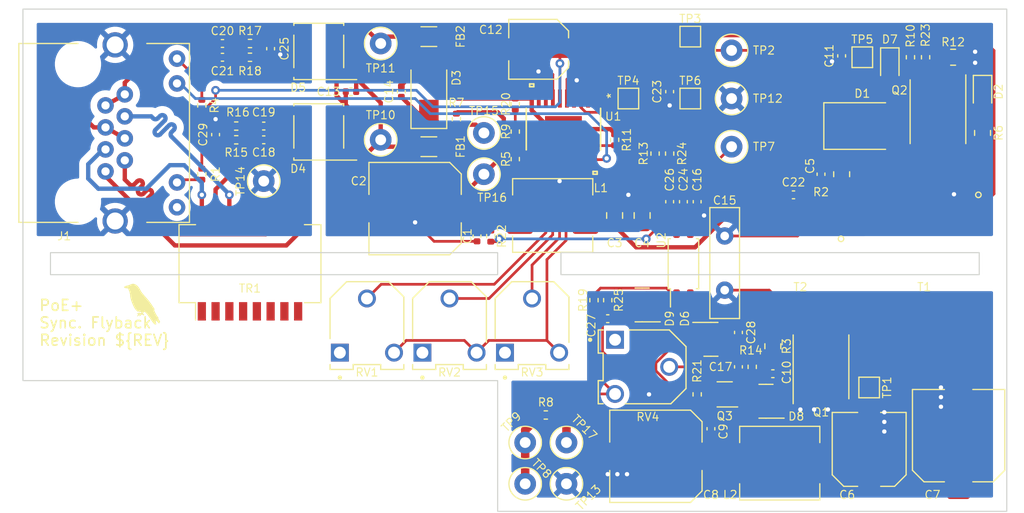
<source format=kicad_pcb>
(kicad_pcb (version 20211014) (generator pcbnew)
  (layers (0 "F.Cu" signal) (31 "B.Cu" signal) (34 "B.Paste" user) (35 "F.Paste" user) (36 "B.SilkS" user "B.Silkscreen") (37 "F.SilkS" user "F.Silkscreen") (38 "B.Mask" user) (39 "F.Mask" user) (44 "Edge.Cuts" user))
  (net 0 "")
  (net 1 "GNDA")
  (net 2 "Net-(C3-Pad1)")
  (net 3 "Net-(C5-Pad2)")
  (net 4 "Net-(C6-Pad1)")
  (net 5 "GNDD")
  (net 6 "+12V")
  (net 7 "Net-(C10-Pad1)")
  (net 8 "Net-(C10-Pad2)")
  (net 9 "/VC")
  (net 10 "VDDA")
  (net 11 "VSSA")
  (net 12 "Net-(C14-Pad1)")
  (net 13 "/VB")
  (net 14 "Net-(C17-Pad1)")
  (net 15 "Net-(C17-Pad2)")
  (net 16 "Net-(C18-Pad1)")
  (net 17 "Net-(C18-Pad2)")
  (net 18 "Net-(C19-Pad1)")
  (net 19 "Net-(C19-Pad2)")
  (net 20 "Net-(C20-Pad1)")
  (net 21 "Net-(C20-Pad2)")
  (net 22 "Net-(C21-Pad1)")
  (net 23 "Net-(C21-Pad2)")
  (net 24 "Net-(C22-Pad1)")
  (net 25 "Net-(C22-Pad2)")
  (net 26 "Net-(C23-Pad2)")
  (net 27 "/CTL")
  (net 28 "Earth")
  (net 29 "Net-(C26-Pad1)")
  (net 30 "Net-(C27-Pad1)")
  (net 31 "Net-(C28-Pad1)")
  (net 32 "Net-(C28-Pad2)")
  (net 33 "Net-(D2-Pad2)")
  (net 34 "Net-(D6-Pad2)")
  (net 35 "Net-(D7-Pad1)")
  (net 36 "Net-(D7-Pad2)")
  (net 37 "Net-(D8-Pad2)")
  (net 38 "/TX+")
  (net 39 "/TX-")
  (net 40 "/RX-")
  (net 41 "/RX+")
  (net 43 "Net-(J1-Pad10)")
  (net 44 "/T2P")
  (net 45 "Net-(J1-Pad12)")
  (net 46 "Net-(R5-Pad1)")
  (net 47 "Net-(R6-Pad2)")
  (net 48 "Net-(R11-Pad1)")
  (net 49 "Net-(R19-Pad2)")
  (net 51 "/DT")
  (net 53 "/BLNK")
  (net 55 "/FRS")
  (net 63 "Net-(R20-Pad1)")
  (net 64 "Net-(C8-Pad1)")
  (net 65 "Net-(C25-Pad1)")
  (net 66 "Net-(C29-Pad1)")
  (net 67 "Net-(D1-Pad2)")
  (net 68 "Net-(Q2-Pad1)")
  (net 69 "/VDD")
  (net 70 "/VSS")
  (footprint "TestPoint:TestPoint_Pad_1.5x1.5mm" (layer "F.Cu") (at 151.13 82.55)
    (fp_text reference "TP4")
    (fp_text value "CTL")
  )
  (footprint "Resistor_SMD:R_0402_1005Metric" (layer "F.Cu") (at 147.955 101.16 90)
    (fp_text reference "R19")
    (fp_text value "2k2")
  )
  (footprint "TestPoint:TestPoint_Loop_D1.80mm_Drill1.0mm_Beaded" (layer "F.Cu") (at 141.605 118.11 -90)
    (fp_text reference "TP8")
    (fp_text value "12V")
  )
  (footprint "Capacitor_SMD:C_0805_2012Metric" (layer "F.Cu") (at 152.4 93.345 90)
    (fp_text reference "C4")
    (fp_text value "1u")
  )
  (footprint "Capacitor_SMD:C_Elec_8x10.2" (layer "F.Cu") (at 181.61 113.665 90)
    (fp_text reference "C7")
    (fp_text value "330u")
  )
  (footprint "TestPoint:TestPoint_Loop_D1.80mm_Drill1.0mm_Beaded" (layer "F.Cu") (at 160.655 82.55)
    (fp_text reference "TP12")
    (fp_text value "GND")
  )
  (footprint "Diode_SMD:D_SMA" (layer "F.Cu") (at 132.715 81.915 90)
    (fp_text reference "D3")
    (fp_text value "D_Zener")
  )
  (footprint "Capacitor_SMD:C_0402_1005Metric" (layer "F.Cu") (at 117.475 86.36 180)
    (fp_text reference "C18")
    (fp_text value "0u01")
  )
  (footprint "TestPoint:TestPoint_Pad_1.5x1.5mm" (layer "F.Cu") (at 173.355 109.22 -90)
    (fp_text reference "TP1")
    (fp_text value "TestPoint")
  )
  (footprint "Resistor_SMD:R_0402_1005Metric" (layer "F.Cu") (at 153.594 87.63 -90)
    (fp_text reference "R13")
    (fp_text value "2k")
  )
  (footprint "Resistor_SMD:R_0402_1005Metric" (layer "F.Cu") (at 138.43 95.25 90)
    (fp_text reference "R22")
    (fp_text value "121k")
  )
  (footprint "Capacitor_SMD:C_0402_1005Metric" (layer "F.Cu") (at 117.475 85.09 180)
    (fp_text reference "C19")
    (fp_text value "0u01")
  )
  (footprint "Resistor_SMD:R_0402_1005Metric" (layer "F.Cu") (at 177.165 78.74 -90)
    (fp_text reference "R10")
    (fp_text value "4R7")
  )
  (footprint "Capacitor_SMD:C_0402_1005Metric" (layer "F.Cu") (at 125.5268 81.915 180)
    (fp_text reference "C13")
    (fp_text value "1n")
  )
  (footprint "common:TRIM_3306F-1-204" (layer "F.Cu") (at 127 103.505 -90)
    (fp_text reference "RV1")
    (fp_text value "0-200k")
  )
  (footprint "Diode_SMD:D_SOD-323" (layer "F.Cu") (at 175.26 79.375 -90)
    (fp_text reference "D7")
    (fp_text value "D")
  )
  (footprint "Capacitor_SMD:C_Elec_8x10.2" (layer "F.Cu") (at 153.67 115.57 180)
    (fp_text reference "C8")
    (fp_text value "330u")
  )
  (footprint "Capacitor_SMD:C_0402_1005Metric" (layer "F.Cu") (at 157.48 92.075 -90)
    (fp_text reference "C16")
    (fp_text value "1u")
  )
  (footprint "TestPoint:TestPoint_Loop_D1.80mm_Drill1.0mm_Beaded" (layer "F.Cu") (at 160.655 78.105)
    (fp_text reference "TP2")
    (fp_text value "VC")
  )
  (footprint "common:TRIM_3306F-1-204" (layer "F.Cu") (at 142.24 103.505 -90)
    (fp_text reference "RV3")
    (fp_text value "0-200k")
  )
  (footprint "Resistor_SMD:R_0402_1005Metric" (layer "F.Cu") (at 114.935 85.09 180)
    (fp_text reference "R16")
    (fp_text value "75")
  )
  (footprint "Capacitor_SMD:C_0402_1005Metric" (layer "F.Cu") (at 130.175 81.915 90)
    (fp_text reference "C14")
    (fp_text value "0u1")
  )
  (footprint "Resistor_SMD:R_0402_1005Metric" (layer "F.Cu") (at 111.76 83.185 -90)
    (fp_text reference "R4")
    (fp_text value "1k2")
  )
  (footprint "common:RJHSE-538X" (layer "F.Cu") (at 100.33 85.725 -90)
    (fp_text reference "J1")
    (fp_text value "RJ45_LED_Shielded")
  )
  (footprint "Capacitor_SMD:C_Elec_6.3x7.7" (layer "F.Cu") (at 173.355 114.935 90)
    (fp_text reference "C6")
    (fp_text value "150u")
  )
  (footprint "Resistor_SMD:R_0402_1005Metric" (layer "F.Cu") (at 149.225 101.16 90)
    (fp_text reference "R25")
    (fp_text value "10k")
  )
  (footprint "Capacitor_SMD:C_0805_2012Metric" (layer "F.Cu") (at 149.86 93.345 90)
    (fp_text reference "C3")
    (fp_text value "1u")
  )
  (footprint "Capacitor_SMD:C_0402_1005Metric" (layer "F.Cu") (at 164.465 107.95)
    (fp_text reference "C10")
    (fp_text value "1n2")
  )
  (footprint "common:L_Abracon_ASPI-0630LR" (layer "F.Cu") (at 144.145 93.345)
    (fp_text reference "L1")
    (fp_text value "3u3")
  )
  (footprint "Capacitor_SMD:C_0402_1005Metric" (layer "F.Cu") (at 113.03 85.88 90)
    (fp_text reference "C29")
    (fp_text value "1n")
  )
  (footprint "Capacitor_SMD:C_0402_1005Metric" (layer "F.Cu") (at 154.94 81.915 90)
    (fp_text reference "C23")
    (fp_text value "330p")
  )
  (footprint "common:TSSOP-20" (layer "F.Cu") (at 145.135028 85.3694 -90)
    (fp_text reference "U1")
    (fp_text value "TPS23754PWPR" hide)
  )
  (footprint "Resistor_SMD:R_0402_1005Metric" (layer "F.Cu") (at 143.51 111.76)
    (fp_text reference "R8")
    (fp_text value "10m")
  )
  (footprint "Diode_SMD:Diode_Bridge_Diotec_ABS" (layer "F.Cu") (at 122.555 85.63 180)
    (fp_text reference "D4")
    (fp_text value "D_Bridge_+-AA")
  )
  (footprint "Resistor_SMD:R_0402_1005Metric" (layer "F.Cu") (at 114.935 86.36 180)
    (fp_text reference "R15")
    (fp_text value "75")
  )
  (footprint "Capacitor_SMD:C_0402_1005Metric" (layer "F.Cu") (at 118.11 77.95 -90)
    (fp_text reference "C25")
    (fp_text value "1n")
  )
  (footprint "TestPoint:TestPoint_Loop_D1.80mm_Drill1.0mm_Beaded" (layer "F.Cu") (at 128.27 77.47)
    (fp_text reference "TP11")
    (fp_text value "VSSA1")
  )
  (footprint "Resistor_SMD:R_0402_1005Metric" (layer "F.Cu") (at 140.690028 88.14 90)
    (fp_text reference "R5")
    (fp_text value "39k7")
  )
  (footprint "Resistor_SMD:R_1206_3216Metric" (layer "F.Cu") (at 132.715 86.995 180)
    (fp_text reference "FB1")
    (fp_text value "Ferrite_Bead_Small")
  )
  (footprint "Resistor_SMD:R_1206_3216Metric" (layer "F.Cu") (at 132.715 76.835 180)
    (fp_text reference "FB2")
    (fp_text value "Ferrite_Bead_Small")
  )
  (footprint "TestPoint:TestPoint_Loop_D1.80mm_Drill1.0mm_Beaded" (layer "F.Cu") (at 141.605 114.3 -90)
    (fp_text reference "TP9")
    (fp_text value "VB")
  )
  (footprint "Resistor_SMD:R_0402_1005Metric" (layer "F.Cu") (at 116.205 78.74)
    (fp_text reference "R18")
    (fp_text value "75")
  )
  (footprint "Resistor_SMD:R_0402_1005Metric" (layer "F.Cu") (at 135.255 84.455 90)
    (fp_text reference "R7")
    (fp_text value "10m")
  )
  (footprint "Resistor_SMD:R_0402_1005Metric" (layer "F.Cu") (at 154.94 87.63 -90)
    (fp_text reference "R24")
    (fp_text value "1k5")
  )
  (footprint "Capacitor_SMD:C_Elec_5x5.4" (layer "F.Cu") (at 142.849028 78.0034 180)
    (fp_text reference "C12")
    (fp_text value "22u")
  )
  (footprint "Resistor_SMD:R_0805_2012Metric" (layer "F.Cu") (at 170.815 89.535 90)
    (fp_text reference "R2")
    (fp_text value "39K")
  )
  (footprint "common:PowerPAK_SO-8_Single" (layer "F.Cu") (at 179.705 83.765 -90)
    (fp_text reference "Q2")
    (fp_text value "Si7898DP")
  )
  (footprint "Resistor_SMD:R_0402_1005Metric" (layer "F.Cu") (at 178.562 78.74 90)
    (fp_text reference "R23")
    (fp_text value "0")
  )
  (footprint "Diode_SMD:Diode_Bridge_Diotec_ABS" (layer "F.Cu") (at 122.555 78.2 180)
    (fp_text reference "D5")
    (fp_text value "D_Bridge_+-AA")
  )
  (footprint "TestPoint:TestPoint_Loop_D1.80mm_Drill1.0mm_Beaded" (layer "F.Cu") (at 117.475 90.17)
    (fp_text reference "TP14")
    (fp_text value "EARTH")
  )
  (footprint "Capacitor_SMD:C_0402_1005Metric" (layer "F.Cu") (at 166.37 91.44)
    (fp_text reference "C22")
    (fp_text value "0u47")
  )
  (footprint "Resistor_SMD:R_0805_2012Metric" (layer "F.Cu") (at 181.102 78.74 180)
    (fp_text reference "R12")
    (fp_text value "0R18")
  )
  (footprint "Capacitor_SMD:C_0402_1005Metric" (layer "F.Cu") (at 161.29 104.14 -90)
    (fp_text reference "C28")
    (fp_text value "6n8")
  )
  (footprint "Capacitor_SMD:C_0402_1005Metric" (layer "F.Cu") (at 170.815 78.613 -90)
    (fp_text reference "C11")
    (fp_text value "1u")
  )
  (footprint "Capacitor_SMD:C_0402_1005Metric" (layer "F.Cu") (at 161.29 107.315 90)
    (fp_text reference "C17")
    (fp_text value "0u47")
  )
  (footprint "TestPoint:TestPoint_Loop_D1.80mm_Drill1.0mm_Beaded" (layer "F.Cu") (at 137.795 89.535)
    (fp_text reference "TP16")
    (fp_text value "VB")
  )
  (footprint "Resistor_SMD:R_0805_2012Metric" (layer "F.Cu") (at 164.465 105.41 -90)
    (fp_text reference "R3")
    (fp_text value "10")
  )
  (footprint "Capacitor_SMD:C_0402_1005Metric" (layer "F.Cu") (at 158.75 113.03 90)
    (fp_text reference "C9")
    (fp_text value "1u")
  )
  (footprint "common:TRIM_3306F-1-204" (layer "F.Cu") (at 152.4 107.315 180)
    (fp_text reference "RV4")
    (fp_text value "0-200k")
  )
  (footprint "Package_TO_SOT_SMD:SOT-23" (layer "F.Cu") (at 163.83 110.49 180)
    (fp_text reference "D8")
    (fp_text value "BAV99")
  )
  (footprint "TestPoint:TestPoint_Loop_D1.80mm_Drill1.0mm_Beaded" (layer "F.Cu") (at 145.415 114.3 -90)
    (fp_text reference "TP17")
    (fp_text value "VB")
  )
  (footprint "common:L_Abracon_ASPI-0630LR" (layer "F.Cu") (at 165.1 116.205 180)
    (fp_text reference "L2")
    (fp_text value "0u33")
  )
  (footprint "common:PowerPAK_SO-8_Single" (layer "F.Cu") (at 168.91 107.315 90)
    (fp_text reference "Q1")
    (fp_text value "SiR422DP")
  )
  (footprint "Diode_SMD:D_SMB" (layer "F.Cu") (at 172.72 85.09)
    (fp_text reference "D1")
    (fp_text value "D")
  )
  (footprint "Resistor_SMD:R_0402_1005Metric" (layer "F.Cu") (at 140.690028 85.6 -90)
    (fp_text reference "R9")
    (fp_text value "62k")
  )
  (footprint "Package_SO:SOP-4_4.4x2.6mm_P1.27mm" (layer "F.Cu") (at 156.21 97.79 90)
    (fp_text reference "U2")
    (fp_text value "TCMT1107")
  )
  (footprint "TestPoint:TestPoint_Loop_D1.80mm_Drill1.0mm_Beaded" (layer "F.Cu") (at 128.27 86.36)
    (fp_text reference "TP10")
    (fp_text value "VDDA1")
  )
  (footprint "TestPoint:TestPoint_Loop_D1.80mm_Drill1.0mm_Beaded" (layer "F.Cu") (at 160.655 86.995)
    (fp_text reference "TP7")
    (fp_text value "VB")
  )
  (footprint "Package_TO_SOT_SMD:SOT-23" (layer "F.Cu") (at 158.75 104.775)
    (fp_text reference "D6")
    (fp_text value "TL431DBZ")
  )
  (footprint "common:GDTI_EP7" (layer "F.Cu") (at 167.005 97.79 180)
    (fp_text reference "T2")
    (fp_text value "Pulse_Transformer")
  )
  (footprint "TestPoint:TestPoint_Pad_1.5x1.5mm" (layer "F.Cu") (at 172.72 78.74)
    (fp_text reference "TP5")
    (fp_text value "GAT")
  )
  (footprint "TestPoint:TestPoint_Loop_D1.80mm_Drill1.0mm_Beaded" (layer "F.Cu") (at 145.415 118.11 -90)
    (fp_text reference "TP13")
    (fp_text value "GND")
  )
  (footprint "Package_TO_SOT_SMD:SOT-23" (layer "F.Cu") (at 152.4 101.6 180)
    (fp_text reference "D9")
    (fp_text value "BAV99")
  )
  (footprint "Capacitor_SMD:C_0402_1005Metric" (layer "F.Cu") (at 113.665 78.74)
    (fp_text reference "C21")
    (fp_text value "0u01")
  )
  (footprint "Resistor_SMD:R_0402_1005Metric" (layer "F.Cu") (at 111.76 89.535 90)
    (fp_text reference "R1")
    (fp_text value "1k2")
  )
  (footprint "common:TRIM_3306F-1-204" (layer "F.Cu") (at 134.62 103.505 -90)
    (fp_text reference "RV2")
    (fp_text value "0-200k")
  )
  (footprint "TestPoint:TestPoint_Pad_1.5x1.5mm" (layer "F.Cu") (at 156.845 82.55)
    (fp_text reference "TP6")
    (fp_text value "CS")
  )
  (footprint "Capacitor_SMD:C_0402_1005Metric" (layer "F.Cu") (at 137.16 95.25 -90)
    (fp_text reference "C1")
    (fp_text value "0u1")
  )
  (footprint "Capacitor_THT:C_Disc_D10.0mm_W2.5mm_P5.00mm" (layer "F.Cu") (at 160.02 100.235 90)
    (fp_text reference "C15")
    (fp_text value "2n2")
  )
  (footprint "common:PT61017PEL" (layer "F.Cu") (at 116.205 97.79 90)
    (fp_text reference "TR1")
    (fp_text value "PT61017PEL")
  )
  (footprint "Resistor_SMD:R_0402_1005Metric" (layer "F.Cu") (at 116.205 77.47)
    (fp_text reference "R17")
    (fp_text value "75")
  )
  (footprint "Capacitor_SMD:C_0402_1005Metric" (layer "F.Cu") (at 168.91 89.535 90)
    (fp_text reference "C5")
    (fp_text value "0u1")
  )
  (footprint "Resistor_SMD:R_0402_1005Metric" (layer "F.Cu") (at 157.48 109.855 90)
    (fp_text reference "R21")
    (fp_text value "13k3")
  )
  (footprint "Resistor_SMD:R_0402_1005Metric" (layer "F.Cu") (at 162.56 107.315 -90)
    (fp_text reference "R14")
    (fp_text value "10k")
  )
  (footprint "Capacitor_SMD:C_0402_1005Metric" (layer "F.Cu") (at 113.665 77.47)
    (fp_text reference "C20")
    (fp_text value "0u01")
  )
  (footprint "TestPoint:TestPoint_Loop_D1.80mm_Drill1.0mm_Beaded" (layer "F.Cu") (at 137.795 85.725)
    (fp_text reference "TP15")
    (fp_text value "VB")
  )
  (footprint "Resistor_SMD:R_0402_1005Metric" (layer "F.Cu") (at 140.690028 83.06 90)
    (fp_text reference "R20")
    (fp_text value "6k04")
  )
  (footprint "Package_TO_SOT_SMD:SOT-363_SC-70-6" (layer "F.Cu") (at 160.02 109.855 180)
    (fp_text reference "Q3")
    (fp_text value "MMDT3906")
  )
  (footprint "Diode_SMD:D_SOD-323" (layer "F.Cu") (at 183.82 81.915 -90)
    (fp_text reference "D2")
    (fp_text value "D")
  )
  (footprint "Resistor_SMD:R_0402_1005Metric" (layer "F.Cu") (at 149.86 86.36 90)
    (fp_text reference "R11")
    (fp_text value "63R4")
  )
  (footprint "Capacitor_SMD:C_Elec_8x10.2" (layer "F.Cu") (at 131.445 92.71 180)
    (fp_text reference "C2")
    (fp_text value "47u")
  )
  (footprint "Capacitor_SMD:C_0402_1005Metric" (layer "F.Cu") (at 154.94 92.075 -90)
    (fp_text reference "C26")
    (fp_text value "27n")
  )
  (footprint "Capacitor_SMD:C_0402_1005Metric" (layer "F.Cu") (at 156.21 92.075 -90)
    (fp_text reference "C24")
    (fp_text value "3n3")
  )
  (footprint "Resistor_SMD:R_0805_2012Metric" (layer "F.Cu") (at 183.82 85.725 -90)
    (fp_text reference "R6")
    (fp_text value "10")
  )
  (footprint "TestPoint:TestPoint_Pad_1.5x1.5mm" (layer "F.Cu") (at 156.845 76.835)
    (fp_text reference "TP3")
    (fp_text value "GAT2")
  )
  (footprint "Capacitor_SMD:C_0402_1005Metric" (layer "F.Cu") (at 149.225 102.87 180)
    (fp_text reference "C27")
    (fp_text value "1u")
  )
  (footprint "common:POE_EP13" (layer "F.Cu") (at 178.435 97.79 180)
    (fp_text reference "T1")
    (fp_text value "PoE_Transformer")
  )
  (gr_poly (pts (xy 105.433944 99.661098) (xy 105.462788 99.663656) (xy 105.491608 99.668113) (xy 105.520379 99.674455) (xy 105.549076 99.682667) (xy 105.577676 99.692736) (xy 105.606153 99.704647) (xy 105.634484 99.718385) (xy 105.662644 99.733937) (xy 105.690608 99.751288) (xy 105.718353 99.770423) (xy 105.745853 99.79133) (xy 105.773085 99.813992) (xy 105.800025 99.838396) (xy 105.826647 99.864528) (xy 105.852927 99.892374) (xy 105.878841 99.921918) (xy 105.904365 99.953147) (xy 105.929474 99.986047) (xy 105.954145 100.020603) (xy 105.978351 100.0568) (xy 106.00207 100.094626) (xy 106.025276 100.134064) (xy 106.070055 100.217724) (xy 106.089177 100.254795) (xy 106.108962 100.291093) (xy 106.129733 100.32704) (xy 106.151815 100.363055) (xy 106.17553 100.399558) (xy 106.201203 100.436969) (xy 106.229156 100.475709) (xy 106.259714 100.516197) (xy 106.293199 100.558853) (xy 106.329936 100.604097) (xy 106.370248 100.65235) (xy 106.414459 100.704031) (xy 106.515869 100.819359) (xy 106.636756 100.95344) (xy 106.693125 101.017333) (xy 106.75501 101.090858) (xy 106.820391 101.171411) (xy 106.88725 101.256388) (xy 106.953566 101.343184) (xy 107.017321 101.429194) (xy 107.076496 101.511814) (xy 107.129071 101.58844) (xy 107.303524 101.850408) (xy 107.354229 101.928681) (xy 107.384555 101.978969) (xy 107.393007 101.995295) (xy 107.397481 102.006637) (xy 107.398349 102.013667) (xy 107.397548 102.015774) (xy 107.395984 102.017054) (xy 107.390757 102.017469) (xy 107.383041 102.015584) (xy 107.361631 102.007595) (xy 107.354117 102.006081) (xy 107.34866 102.007993) (xy 107.345172 102.013141) (xy 107.343562 102.021335) (xy 107.343741 102.032388) (xy 107.345619 102.046108) (xy 107.354118 102.080798) (xy 107.368341 102.123892) (xy 107.387575 102.173874) (xy 107.411104 102.229233) (xy 107.438212 102.288453) (xy 107.468184 102.350022) (xy 107.500305 102.412426) (xy 107.533859 102.47415) (xy 107.568131 102.533681) (xy 107.602407 102.589506) (xy 107.63597 102.64011) (xy 107.668105 102.68398) (xy 107.698096 102.719603) (xy 107.712782 102.736054) (xy 107.725641 102.751615) (xy 107.736657 102.76615) (xy 107.74582 102.779527) (xy 107.753114 102.791611) (xy 107.758527 102.80227) (xy 107.760524 102.807023) (xy 107.762045 102.811369) (xy 107.76309 102.815292) (xy 107.763655 102.818775) (xy 107.763741 102.821801) (xy 107.763344 102.824353) (xy 107.762464 102.826416) (xy 107.761098 102.827972) (xy 107.759245 102.829004) (xy 107.756904 102.829495) (xy 107.754072 102.82943) (xy 107.750748 102.828792) (xy 107.74693 102.827562) (xy 107.742617 102.825726) (xy 107.737807 102.823266) (xy 107.732498 102.820165) (xy 107.720377 102.811976) (xy 107.706241 102.801024) (xy 107.703373 102.798795) (xy 107.700878 102.797096) (xy 107.698751 102.795917) (xy 107.696988 102.795248) (xy 107.695583 102.795082) (xy 107.695014 102.795183) (xy 107.694533 102.795407) (xy 107.694139 102.795751) (xy 107.693832 102.796215) (xy 107.693477 102.797497) (xy 107.693463 102.799243) (xy 107.693785 102.801445) (xy 107.694438 102.804092) (xy 107.695419 102.807175) (xy 107.696723 102.810686) (xy 107.698345 102.814614) (xy 107.702525 102.823687) (xy 107.707924 102.834319) (xy 107.714505 102.846437) (xy 107.722233 102.859965) (xy 107.73107 102.87483) (xy 107.740981 102.890956) (xy 107.75193 102.90827) (xy 107.763881 102.926698) (xy 107.776797 102.946164) (xy 107.820739 103.013102) (xy 107.855553 103.069247) (xy 107.86953 103.093252) (xy 107.881215 103.114535) (xy 107.890605 103.133088) (xy 107.897697 103.148904) (xy 107.902489 103.161974) (xy 107.904976 103.172291) (xy 107.905354 103.176415) (xy 107.905155 103.179847) (xy 107.904378 103.182587) (xy 107.903024 103.184635) (xy 107.90109 103.185987) (xy 107.898578 103.186645) (xy 107.895487 103.186607) (xy 107.891816 103.185872) (xy 107.882733 103.182306) (xy 107.871326 103.17594) (xy 107.869474 103.174906) (xy 107.86765 103.174109) (xy 107.865857 103.173545) (xy 107.864096 103.17321) (xy 107.862369 103.1731) (xy 107.86068 103.173212) (xy 107.859028 103.173542) (xy 107.857417 103.174086) (xy 107.855849 103.174841) (xy 107.854325 103.175802) (xy 107.852847 103.176967) (xy 107.851417 103.178331) (xy 107.850038 103.179891) (xy 107.848712 103.181643) (xy 107.847439 103.183583) (xy 107.846224 103.185708) (xy 107.845066 103.188014) (xy 107.843968 103.190497) (xy 107.842933 103.193154) (xy 107.841963 103.19598) (xy 107.841058 103.198973) (xy 107.840222 103.202127) (xy 107.839456 103.205441) (xy 107.838762 103.208909) (xy 107.838142 103.212529) (xy 107.837598 103.216296) (xy 107.837133 103.220208) (xy 107.836748 103.224259) (xy 107.836445 103.228447) (xy 107.836226 103.232767) (xy 107.836093 103.237217) (xy 107.836048 103.241791) (xy 107.835852 103.255888) (xy 107.835569 103.262128) (xy 107.835131 103.26781) (xy 107.834511 103.272923) (xy 107.833684 103.277452) (xy 107.832627 103.281385) (xy 107.831315 103.284707) (xy 107.829721 103.287406) (xy 107.828811 103.288518) (xy 107.827822 103.289469) (xy 107.82675 103.290257) (xy 107.825592 103.290881) (xy 107.824346 103.29134) (xy 107.823007 103.291631) (xy 107.821574 103.291752) (xy 107.820042 103.291703) (xy 107.816671 103.291086) (xy 107.812871 103.289766) (xy 107.808615 103.28773) (xy 107.803879 103.284963) (xy 107.798639 103.281454) (xy 107.792869 103.277189) (xy 107.786544 103.272153) (xy 107.77964 103.266335) (xy 107.772132 103.259721) (xy 107.755202 103.24405) (xy 107.735556 103.225035) (xy 107.712994 103.202569) (xy 107.687318 103.176546) (xy 107.658328 103.146859) (xy 107.624658 103.112453) (xy 107.595216 103.083028) (xy 107.569844 103.058818) (xy 107.558635 103.048742) (xy 107.548385 103.040059) (xy 107.539074 103.032797) (xy 107.530682 103.026986) (xy 107.52319 103.022656) (xy 107.516578 103.019836) (xy 107.510826 103.018555) (xy 107.508267 103.018501) (xy 107.505915 103.018843) (xy 107.503769 103.019584) (xy 107.501825 103.020729) (xy 107.500082 103.022281) (xy 107.498537 103.024243) (xy 107.49603 103.029415) (xy 107.494286 103.036273) (xy 107.493284 103.044847) (xy 107.493005 103.055166) (xy 107.493429 103.067261) (xy 107.494537 103.08116) (xy 107.496309 103.096893) (xy 107.498725 103.114489) (xy 107.505412 103.155389) (xy 107.51444 103.204095) (xy 107.538892 103.32587) (xy 107.540369 103.333729) (xy 107.541486 103.341154) (xy 107.54224 103.348146) (xy 107.542629 103.354705) (xy 107.54265 103.360833) (xy 107.542301 103.366529) (xy 107.541579 103.371795) (xy 107.540482 103.376631) (xy 107.539008 103.381038) (xy 107.537153 103.385017) (xy 107.534915 103.388568) (xy 107.532292 103.391692) (xy 107.529282 103.39439) (xy 107.525881 103.396662) (xy 107.522087 103.398509) (xy 107.517898 103.399932) (xy 107.513312 103.400932) (xy 107.508325 103.401508) (xy 107.502935 103.401663) (xy 107.49714 103.401396) (xy 107.490937 103.400708) (xy 107.484324 103.3996) (xy 107.477298 103.398073) (xy 107.469857 103.396127) (xy 107.461998 103.393763) (xy 107.453719 103.390982) (xy 107.445017 103.387784) (xy 107.435889 103.38417) (xy 107.426334 103.380141) (xy 107.416348 103.375698) (xy 107.395076 103.36557) (xy 107.395076 103.365568) (xy 107.391252 103.363475) (xy 107.387065 103.360805) (xy 107.377663 103.353806) (xy 107.366987 103.344708) (xy 107.355154 103.333648) (xy 107.342283 103.320764) (xy 107.328491 103.306192) (xy 107.313895 103.29007) (xy 107.298613 103.272536) (xy 107.282763 103.253726) (xy 107.266462 103.233778) (xy 107.249827 103.212829) (xy 107.232977 103.191016) (xy 107.216029 103.168476) (xy 107.1991 103.145347) (xy 107.182308 103.121766) (xy 107.16577 103.097871) (xy 106.967889 102.809772) (xy 106.810977 102.587627) (xy 106.745956 102.499261) (xy 106.688865 102.424953) (xy 106.638931 102.363891) (xy 106.595384 102.315265) (xy 106.557452 102.278266) (xy 106.524364 102.252082) (xy 106.495349 102.235904) (xy 106.482128 102.231313) (xy 106.469635 102.228919) (xy 106.457776 102.228622) (xy 106.446452 102.23032) (xy 106.425029 102.239294) (xy 106.404593 102.255031) (xy 106.384375 102.276721) (xy 106.352316 102.315515) (xy 106.33957 102.331487) (xy 106.328962 102.345432) (xy 106.320451 102.357541) (xy 106.313999 102.368005) (xy 106.311532 102.372679) (xy 106.309566 102.377015) (xy 106.308094 102.381034) (xy 106.307112 102.384762) (xy 106.306615 102.388222) (xy 106.306599 102.391438) (xy 106.307057 102.394434) (xy 106.307986 102.397234) (xy 106.309381 102.399861) (xy 106.311235 102.402341) (xy 106.313546 102.404696) (xy 106.316307 102.40695) (xy 106.319514 102.409128) (xy 106.323161 102.411254) (xy 106.331759 102.415442) (xy 106.342061 102.419707) (xy 106.354028 102.42424) (xy 106.361252 102.427192) (xy 106.368272 102.430612) (xy 106.375054 102.434458) (xy 106.381561 102.43869) (xy 106.387756 102.443265) (xy 106.393603 102.448143) (xy 106.399066 102.453283) (xy 106.404108 102.458643) (xy 106.408693 102.464183) (xy 106.412784 102.469861) (xy 106.416346 102.475636) (xy 106.419342 102.481466) (xy 106.420616 102.48439) (xy 106.421735 102.487312) (xy 106.422695 102.490227) (xy 106.42349 102.49313) (xy 106.424116 102.496017) (xy 106.424569 102.498882) (xy 106.424844 102.501719) (xy 106.424937 102.504524) (xy 106.42472 102.516412) (xy 106.42443 102.521762) (xy 106.424001 102.526715) (xy 106.423421 102.531271) (xy 106.422678 102.535431) (xy 106.421758 102.539193) (xy 106.42065 102.54256) (xy 106.41934 102.545529) (xy 106.417815 102.548102) (xy 106.416063 102.550278) (xy 106.414071 102.552058) (xy 106.411827 102.55344) (xy 106.409318 102.554426) (xy 106.40653 102.555015) (xy 106.403452 102.555207) (xy 106.400071 102.555002) (xy 106.396374 102.554401) (xy 106.392348 102.553402) (xy 106.38798 102.552006) (xy 106.383259 102.550214) (xy 106.37817 102.548024) (xy 106.372702 102.545437) (xy 106.366842 102.542453) (xy 106.360577 102.539073) (xy 106.353894 102.535295) (xy 106.339224 102.526547) (xy 106.322732 102.516211) (xy 106.304315 102.504286) (xy 106.290376 102.495306) (xy 106.277793 102.487668) (xy 106.271936 102.484374) (xy 106.26633 102.481441) (xy 106.260944 102.478878) (xy 106.255748 102.476693) (xy 106.250715 102.474895) (xy 106.245813 102.473492) (xy 106.241014 102.472494) (xy 106.236288 102.471907) (xy 106.231605 102.471742) (xy 106.226935 102.472005) (xy 106.22225 102.472707) (xy 106.217519 102.473856) (xy 106.212714 102.475459) (xy 106.207804 102.477526) (xy 106.202759 102.480065) (xy 106.197551 102.483085) (xy 106.19215 102.486594) (xy 106.186526 102.4906) (xy 106.18065 102.495113) (xy 106.174491 102.500141) (xy 106.161211 102.511774) (xy 106.146448 102.525569) (xy 106.129965 102.541594) (xy 106.111528 102.559916) (xy 106.091923 102.578925) (xy 106.074128 102.594973) (xy 106.058185 102.608083) (xy 106.05092 102.613542) (xy 106.044134 102.618275) (xy 106.037831 102.622284) (xy 106.032017 102.625572) (xy 106.026697 102.628141) (xy 106.021875 102.629995) (xy 106.017557 102.631136) (xy 106.013749 102.631566) (xy 106.010455 102.631289) (xy 106.00768 102.630308) (xy 106.00543 102.628624) (xy 106.00371 102.626241) (xy 106.002524 102.623162) (xy 106.001879 102.619389) (xy 106.001778 102.614924) (xy 106.002228 102.609772) (xy 106.003233 102.603933) (xy 106.004799 102.597412) (xy 106.006931 102.59021) (xy 106.009633 102.582331) (xy 106.012911 102.573777) (xy 106.016771 102.564551) (xy 106.026254 102.544095) (xy 106.038123 102.520982) (xy 106.042601 102.512366) (xy 106.046473 102.504373) (xy 106.049739 102.496995) (xy 106.0524 102.490223) (xy 106.054454 102.484047) (xy 106.055903 102.478457) (xy 106.056745 102.473445) (xy 106.056939 102.471152) (xy 106.056981 102.469) (xy 106.056871 102.466987) (xy 106.05661 102.465113) (xy 106.056197 102.463376) (xy 106.055632 102.461775) (xy 106.054916 102.460309) (xy 106.054048 102.458977) (xy 106.053028 102.457777) (xy 106.051856 102.456709) (xy 106.050532 102.45577) (xy 106.049057 102.454961) (xy 106.04743 102.454279) (xy 106.045651 102.453724) (xy 106.04372 102.453294) (xy 106.041637 102.452989) (xy 106.037016 102.452746) (xy 106.035062 102.452812) (xy 106.033082 102.453009) (xy 106.03108 102.453334) (xy 106.02906 102.453783) (xy 106.027025 102.454352) (xy 106.024979 102.45504) (xy 106.022925 102.455841) (xy 106.020868 102.456754) (xy 106.018811 102.457775) (xy 106.016757 102.458901) (xy 106.012675 102.461452) (xy 106.008652 102.464384) (xy 106.004716 102.467668) (xy 106.000897 102.471281) (xy 105.997224 102.475194) (xy 105.993727 102.479383) (xy 105.990434 102.483821) (xy 105.987375 102.488483) (xy 105.98458 102.493341) (xy 105.982077 102.498371) (xy 105.979896 102.503546) (xy 105.977457 102.509018) (xy 105.974199 102.514918) (xy 105.970176 102.521191) (xy 105.965443 102.527781) (xy 105.960054 102.534634) (xy 105.954064 102.541695) (xy 105.947529 102.548907) (xy 105.940502 102.556215) (xy 105.933038 102.563564) (xy 105.925193 102.570899) (xy 105.91702 102.578164) (xy 105.908575 102.585304) (xy 105.899912 102.592264) (xy 105.891085 102.598988) (xy 105.882151 102.605421) (xy 105.873163 102.611507) (xy 105.844477 102.630163) (xy 105.833088 102.637292) (xy 105.823606 102.642856) (xy 105.815987 102.646778) (xy 105.812862 102.6481) (xy 105.810186 102.648984) (xy 105.807952 102.64942) (xy 105.806156 102.649398) (xy 105.804791 102.648909) (xy 105.803852 102.647944) (xy 105.803333 102.646493) (xy 105.803228 102.644547) (xy 105.803533 102.642096) (xy 105.80424 102.639132) (xy 105.805345 102.635644) (xy 105.806842 102.631623) (xy 105.810987 102.621945) (xy 105.816632 102.610023) (xy 105.823729 102.59578) (xy 105.842102 102.560034) (xy 105.859815 102.525145) (xy 105.866656 102.510753) (xy 105.872108 102.498151) (xy 105.876142 102.487151) (xy 105.877616 102.482195) (xy 105.878724 102.47757) (xy 105.879461 102.473253) (xy 105.879823 102.469222) (xy 105.879805 102.465452) (xy 105.879405 102.461921) (xy 105.878618 102.458606) (xy 105.87744 102.455484) (xy 105.875867 102.452531) (xy 105.873895 102.449724) (xy 105.87152 102.447041) (xy 105.868738 102.444457) (xy 105.865545 102.441951) (xy 105.861937 102.439498) (xy 105.85346 102.434661) (xy 105.843274 102.429761) (xy 105.831348 102.424613) (xy 105.817649 102.419031) (xy 105.804749 102.413794) (xy 105.793687 102.409141) (xy 105.784502 102.405036) (xy 105.777234 102.40144) (xy 105.774331 102.399822) (xy 105.771922 102.398318) (xy 105.770012 102.396922) (xy 105.768605 102.39563) (xy 105.767706 102.394437) (xy 105.767321 102.39334) (xy 105.767454 102.392332) (xy 105.768111 102.391409) (xy 105.769295 102.390567) (xy 105.771013 102.389801) (xy 105.773268 102.389107) (xy 105.776066 102.388479) (xy 105.78331 102.387403) (xy 105.792783 102.386538) (xy 105.804525 102.385845) (xy 105.818575 102.385287) (xy 105.853755 102.384427) (xy 105.868117 102.383996) (xy 105.881292 102.383275) (xy 105.893289 102.382261) (xy 105.904113 102.38095) (xy 105.913771 102.379339) (xy 105.92227 102.377425) (xy 105.929617 102.375205) (xy 105.935818 102.372676) (xy 105.94088 102.369833) (xy 105.942986 102.368294) (xy 105.94481 102.366675) (xy 105.946352 102.364977) (xy 105.947614 102.363198) (xy 105.948596 102.361339) (xy 105.949299 102.359399) (xy 105.949724 102.357378) (xy 105.949871 102.355275) (xy 105.949743 102.353089) (xy 105.949338 102.350822) (xy 105.948659 102.348471) (xy 105.947706 102.346037) (xy 105.944982 102.340917) (xy 105.943447 102.338365) (xy 105.942075 102.335943) (xy 105.940868 102.333651) (xy 105.939826 102.331488) (xy 105.938948 102.329455) (xy 105.938235 102.327552) (xy 105.937688 102.325779) (xy 105.937305 102.324135) (xy 105.937089 102.322621) (xy 105.937037 102.321235) (xy 105.937152 102.319979) (xy 105.937433 102.318852) (xy 105.937879 102.317854) (xy 105.938492 102.316985) (xy 105.939272 102.316245) (xy 105.940218 102.315634) (xy 105.941332 102.315151) (xy 105.942612 102.314796) (xy 105.944059 102.31457) (xy 105.945674 102.314473) (xy 105.947457 102.314504) (xy 105.949407 102.314662) (xy 105.951526 102.314949) (xy 105.953812 102.315364) (xy 105.956267 102.315907) (xy 105.95889 102.316578) (xy 105.961682 102.317376) (xy 105.964643 102.318302) (xy 105.971072 102.320536) (xy 105.978178 102.323279) (xy 106.032591 102.345043) (xy 106.080979 102.364181) (xy 106.085745 102.365766) (xy 106.090914 102.366966) (xy 106.096436 102.367788) (xy 106.102263 102.368242) (xy 106.108344 102.368335) (xy 106.11463 102.368075) (xy 106.12107 102.367472) (xy 106.127616 102.366533) (xy 106.134218 102.365266) (xy 106.140826 102.363681) (xy 106.14739 102.361785) (xy 106.153862 102.359586) (xy 106.16019 102.357094) (xy 106.166326 102.354315) (xy 106.172219 102.35126) (xy 106.177821 102.347935) (xy 106.183447 102.343823) (xy 106.188011 102.339351) (xy 106.191557 102.334559) (xy 106.194126 102.329483) (xy 106.19576 102.324161) (xy 106.196501 102.318632) (xy 106.196392 102.312932) (xy 106.195475 102.307099) (xy 106.193792 102.301172) (xy 106.191385 102.295187) (xy 106.188296 102.289182) (xy 106.184567 102.283196) (xy 106.180241 102.277265) (xy 106.17536 102.271428) (xy 106.169966 102.265722) (xy 106.1641 102.260184) (xy 106.157806 102.254853) (xy 106.151125 102.249766) (xy 106.1441 102.244961) (xy 106.136772 102.240476) (xy 106.129184 102.236347) (xy 106.121378 102.232614) (xy 106.113396 102.229313) (xy 106.10528 102.226482) (xy 106.097073 102.224159) (xy 106.088816 102.222382) (xy 106.080553 102.221188) (xy 106.072324 102.220614) (xy 106.064171 102.2207) (xy 106.056139 102.221481) (xy 106.048267 102.222997) (xy 106.040599 102.225284) (xy 106.037984 102.226099) (xy 106.035217 102.226742) (xy 106.032306 102.227215) (xy 106.029258 102.227522) (xy 106.026082 102.227664) (xy 106.022785 102.227646) (xy 106.015859 102.227139) (xy 106.008543 102.226024) (xy 106.000898 102.224322) (xy 105.992986 102.222059) (xy 105.984868 102.219256) (xy 105.976608 102.215937) (xy 105.968265 102.212125) (xy 105.959903 102.207843) (xy 105.951584 102.203114) (xy 105.943368 102.197962) (xy 105.935319 102.192409) (xy 105.927497 102.186479) (xy 105.919965 102.180194) (xy 105.89722 102.160427) (xy 105.888057 102.152691) (xy 105.880286 102.146396) (xy 105.873848 102.141552) (xy 105.868681 102.138165) (xy 105.866556 102.137021) (xy 105.864725 102.136244) (xy 105.863183 102.135835) (xy 105.861921 102.135796) (xy 105.860931 102.136127) (xy 105.860207 102.136829) (xy 105.85974 102.137903) (xy 105.859523 102.13935) (xy 105.859548 102.141172) (xy 105.859808 102.143369) (xy 105.861003 102.148892) (xy 105.863047 102.155927) (xy 105.865879 102.164482) (xy 105.873668 102.186185) (xy 105.876144 102.193374) (xy 105.878004 102.199753) (xy 105.879248 102.205322) (xy 105.879874 102.21008) (xy 105.879883 102.214027) (xy 105.879655 102.215696) (xy 105.879272 102.217162) (xy 105.878735 102.218425) (xy 105.878042 102.219484) (xy 105.877195 102.220341) (xy 105.876192 102.220994) (xy 105.875034 102.221443) (xy 105.87372 102.221689) (xy 105.872252 102.221732) (xy 105.870627 102.221571) (xy 105.866911 102.220638) (xy 105.862572 102.218889) (xy 105.857608 102.216324) (xy 105.85202 102.212943) (xy 105.845805 102.208744) (xy 105.838964 102.203728) (xy 105.831496 102.197893) (xy 105.8234 102.191239) (xy 105.814675 102.183766) (xy 105.805321 102.175473) (xy 105.795336 102.166359) (xy 105.78472 102.156424) (xy 105.761591 102.134087) (xy 105.735929 102.108459) (xy 105.707726 102.079534) (xy 105.676978 102.047307) (xy 105.643677 102.011774) (xy 105.60855 101.968739) (xy 105.571039 101.913266) (xy 105.531787 101.847006) (xy 105.491436 101.771608) (xy 105.450626 101.688723) (xy 105.41 101.6) (xy 105.370198 101.50709) (xy 105.331862 101.411642) (xy 105.295634 101.315306) (xy 105.262155 101.219732) (xy 105.232067 101.12657) (xy 105.206011 101.037471) (xy 105.184628 100.954083) (xy 105.168561 100.878058) (xy 105.15845 100.811044) (xy 105.154937 100.754692) (xy 105.154045 100.726884) (xy 105.151484 100.695264) (xy 105.147427 100.660562) (xy 105.142049 100.623508) (xy 105.128017 100.545254) (xy 105.110776 100.466333) (xy 105.091712 100.392575) (xy 105.08193 100.359454) (xy 105.072211 100.32981) (xy 105.06273 100.304372) (xy 105.05366 100.283868) (xy 105.045173 100.269028) (xy 105.041203 100.263959) (xy 105.037444 100.26058) (xy 105.035753 100.259314) (xy 105.034073 100.25785) (xy 105.032406 100.256194) (xy 105.030754 100.254354) (xy 105.02912 100.252336) (xy 105.027505 100.250146) (xy 105.024347 100.24528) (xy 105.021298 100.23981) (xy 105.018376 100.233789) (xy 105.015601 100.227273) (xy 105.012992 100.220315) (xy 105.010569 100.212969) (xy 105.008349 100.205288) (xy 105.006352 100.197328) (xy 105.004597 100.189142) (xy 105.003103 100.180784) (xy 105.001888 100.172308) (xy 105.000973 100.163769) (xy 105.000376 100.155219) (xy 104.999675 100.14675) (xy 104.998454 100.138447) (xy 104.996744 100.130355) (xy 104.994574 100.122521) (xy 104.991972 100.114992) (xy 104.988969 100.107812) (xy 104.985593 100.101028) (xy 104.981873 100.094686) (xy 104.97784 100.088832) (xy 104.973521 100.083513) (xy 104.968948 100.078773) (xy 104.964148 100.07466) (xy 104.959151 100.071219) (xy 104.956587 100.069765) (xy 104.953986 100.068497) (xy 104.95135 100.067419) (xy 104.948683 100.066539) (xy 104.945988 100.065861) (xy 104.943271 100.065391) (xy 104.71439 100.03504) (xy 104.695126 100.032052) (xy 104.677725 100.028465) (xy 104.662156 100.024314) (xy 104.648393 100.019638) (xy 104.636405 100.014471) (xy 104.626165 100.008851) (xy 104.617644 100.002814) (xy 104.610813 99.996398) (xy 104.605644 99.989638) (xy 104.602108 99.982572) (xy 104.600176 99.975236) (xy 104.599819 99.967667) (xy 104.60101 99.959901) (xy 104.603719 99.951975) (xy 104.607919 99.943926) (xy 104.613579 99.93579) (xy 104.620672 99.927603) (xy 104.629168 99.919404) (xy 104.63904 99.911228) (xy 104.650259 99.903112) (xy 104.662795 99.895092) (xy 104.676621 99.887205) (xy 104.691708 99.879489) (xy 104.708027 99.871978) (xy 104.725549 99.864711) (xy 104.744246 99.857724) (xy 104.764089 99.851053) (xy 104.78505 99.844735) (xy 104.8071 99.838807) (xy 104.83021 99.833306) (xy 104.854352 99.828267) (xy 104.879496 99.823728) (xy 104.895878 99.820691) (xy 104.91357 99.816846) (xy 104.952213 99.806967) (xy 104.994091 99.794555) (xy 105.037865 99.780074) (xy 105.082202 99.763986) (xy 105.125764 99.746755) (xy 105.167216 99.728845) (xy 105.205222 99.710719) (xy 105.233387 99.69757) (xy 105.261722 99.686433) (xy 105.290203 99.677296) (xy 105.318806 99.670144) (xy 105.347505 99.664962) (xy 105.376278 99.661737) (xy 105.405099 99.660454)) (layer "F.SilkS") (width 0.02) (fill solid))
  (gr_rect (start 97.79 96.774) (end 139.065 98.806) (layer "Edge.Cuts") (width 0.1) (fill none))
  (gr_poly (pts (xy 186.055 120.65) (xy 139.065 120.65) (xy 139.065 108.585) (xy 95.25 108.585) (xy 95.25 74.295) (xy 186.055 74.295)) (layer "Edge.Cuts") (width 0.1) (fill none))
  (gr_rect (start 144.907 96.774) (end 183.515 98.806) (layer "Edge.Cuts") (width 0.1) (fill none))
  (gr_text "PoE+\nSync. Flyback\nRevision ${REV}" (at 96.670084 103.251) (layer "F.SilkS") (effects (font (size 1 1)) (justify left)))
  (segment (start 140.786528 78.0034) (end 142.833778 80.05065) (width 0.25) (layer "F.Cu") (net 1))
  (segment (start 183.134 79.248) (end 182.5225 79.248) (width 0.25) (layer "F.Cu") (net 1))
  (segment (start 151.03268 91.34268) (end 146.007435 91.34268) (width 0.25) (layer "F.Cu") (net 1))
  (segment (start 166.745 95.235) (end 160.02 95.235) (width 0.25) (layer "F.Cu") (net 1))
  (segment (start 138.247311 104.877689) (end 143.612689 104.877689) (width 0.25) (layer "F.Cu") (net 1))
  (segment (start 127.845 92.71) (end 130.175 92.71) (width 0.25) (layer "F.Cu") (net 1))
  (segment (start 137.16 95.73) (end 133.195 95.73) (width 0.25) (layer "F.Cu") (net 1))
  (segment (start 142.859988 80.07686) (end 142.859988 82.55) (width 0.25) (layer "F.Cu") (net 1))
  (segment (start 130.627311 104.877689) (end 135.992689 104.877689) (width 0.25) (layer "F.Cu") (net 1))
  (segment (start 146.110045 82.55) (end 146.110045 81.118607) (width 0.25) (layer "F.Cu") (net 1))
  (segment (start 143.612689 104.877689) (end 144.74 106.005) (width 0.25) (layer "F.Cu") (net 1))
  (segment (start 158.115 93.19) (end 157.48 92.555) (width 0.25) (layer "F.Cu") (net 1))
  (segment (start 182.5225 78.232) (end 182.0145 78.74) (width 0.25) (layer "F.Cu") (net 1))
  (segment (start 133.195 95.73) (end 131.445 93.98) (width 0.25) (layer "F.Cu") (net 1))
  (segment (start 182.5225 79.248) (end 182.0145 78.74) (width 0.25) (layer "F.Cu") (net 1))
  (segment (start 146.110045 88.1888) (end 146.110045 89.384849) (width 0.25) (layer "F.Cu") (net 1))
  (segment (start 183.134 78.232) (end 182.5225 78.232) (width 0.25) (layer "F.Cu") (net 1))
  (segment (start 180.935 89.515) (end 180.935 91.136549) (width 0.25) (layer "F.Cu") (net 1))
  (segment (start 143.612689 97.41166) (end 143.612689 104.877689) (width 0.25) (layer "F.Cu") (net 1))
  (segment (start 145.375 95.649349) (end 143.612689 97.41166) (width 0.25) (layer "F.Cu") (net 1))
  (segment (start 146.007435 91.34268) (end 145.375 91.975115) (width 0.25) (layer "F.Cu") (net 1))
  (segment (start 130.175 92.71) (end 131.445 93.98) (width 0.25) (layer "F.Cu") (net 1))
  (segment (start 146.110045 89.384849) (end 145.324894 90.17) (width 0.25) (layer "F.Cu") (net 1))
  (segment (start 169.926 79.121) (end 170.787 79.121) (width 0.25) (layer "F.Cu") (net 1))
  (segment (start 154.94 82.395) (end 154.94 83.185) (width 0.25) (layer "F.Cu") (net 1))
  (segment (start 143.51 80.726872) (end 142.833778 80.05065) (width 0.25) (layer "F.Cu") (net 1))
  (segment (start 158.115 93.345) (end 158.115 93.19) (width 0.25) (layer "F.Cu") (net 1))
  (segment (start 168.255 93.725) (end 166.745 95.235) (width 0.25) (layer "F.Cu") (net 1))
  (segment (start 145.375 91.975115) (end 145.375 95.649349) (width 0.25) (layer "F.Cu") (net 1))
  (segment (start 156.8575 94.6025) (end 158.115 93.345) (width 0.25) (layer "F.Cu") (net 1))
  (segment (start 145.324894 90.17) (end 144.78 90.17) (width 0.25) (layer "F.Cu") (net 1))
  (segment (start 151.13 91.44) (end 151.13 92.395) (width 0.25) (layer "F.Cu") (net 1))
  (segment (start 180.935 91.136549) (end 181.183451 91.385) (width 0.25) (layer "F.Cu") (net 1))
  (segment (start 151.13 91.44) (end 151.03268 91.34268) (width 0.25) (layer "F.Cu") (net 1))
  (segment (start 156.845 94.6025) (end 156.8575 94.6025) (width 0.25) (layer "F.Cu") (net 1))
  (segment (start 149.86 92.395) (end 152.4 92.395) (width 0.25) (layer "F.Cu") (net 1))
  (segment (start 137.12 106.005) (end 138.247311 104.877689) (width 0.25) (layer "F.Cu") (net 1))
  (segment (start 143.51 82.55) (end 143.51 80.726872) (width 0.25) (layer "F.Cu") (net 1))
  (segment (start 129.5 106.005) (end 130.627311 104.877689) (width 0.25) (layer "F.Cu") (net 1))
  (segment (start 135.992689 104.877689) (end 137.12 106.005) (width 0.25) (layer "F.Cu") (net 1))
  (segment (start 146.110045 81.118607) (end 146.362882 80.86577) (width 0.25) (layer "F.Cu") (net 1))
  (segment (start 170.787 79.121) (end 170.815 79.093) (width 0.25) (layer "F.Cu") (net 1))
  (via (at 144.78 90.17) (size 0.8) (drill 0.4) (layers "F.Cu" "B.Cu") (net 1))
  (via (at 169.926 79.121) (size 0.8) (drill 0.4) (layers "F.Cu" "B.Cu") (net 1))
  (via (at 154.94 83.185) (size 0.8) (drill 0.4) (layers "F.Cu" "B.Cu") (net 1))
  (via (at 181.183451 91.385) (size 0.8) (drill 0.4) (layers "F.Cu" "B.Cu") (net 1))
  (via (at 142.833778 80.05065) (size 0.8) (drill 0.4) (layers "F.Cu" "B.Cu") (net 1))
  (via (at 131.445 93.98) (size 0.8) (drill 0.4) (layers "F.Cu" "B.Cu") (net 1))
  (via (at 146.362882 80.86577) (size 0.8) (drill 0.4) (layers "F.Cu" "B.Cu") (net 1))
  (via (at 158.115 93.345) (size 0.8) (drill 0.4) (layers "F.Cu" "B.Cu") (net 1))
  (via (at 183.134 79.248) (size 0.8) (drill 0.4) (layers "F.Cu" "B.Cu") (net 1))
  (via (at 183.134 78.232) (size 0.8) (drill 0.4) (layers "F.Cu" "B.Cu") (net 1))
  (via (at 151.13 91.44) (size 0.8) (drill 0.4) (layers "F.Cu" "B.Cu") (net 1))
  (segment (start 157.281689 96.281311) (end 151.846311 96.281311) (width 0.4) (layer "F.Cu") (net 2))
  (segment (start 149.86 94.295) (end 148.12 94.295) (width 0.4) (layer "F.Cu") (net 2))
  (segment (start 149.86 94.295) (end 152.4 94.295) (width 0.4) (layer "F.Cu") (net 2))
  (segment (start 170.815 90.4475) (end 172.5025 90.4475) (width 0.4) (layer "F.Cu") (net 2))
  (segment (start 170.815 90.4475) (end 169.3425 90.4475) (width 0.4) (layer "F.Cu") (net 2))
  (segment (start 151.846311 96.281311) (end 149.86 94.295) (width 0.4) (layer "F.Cu") (net 2))
  (segment (start 163.548 90.015) (end 157.281689 96.281311) (width 0.4) (layer "F.Cu") (net 2))
  (segment (start 169.3425 90.4475) (end 168.91 90.015) (width 0.4) (layer "F.Cu") (net 2))
  (segment (start 172.5025 90.4475) (end 173.435 89.515) (width 0.4) (layer "F.Cu") (net 2))
  (segment (start 163.548 90.015) (end 168.91 90.015) (width 0.4) (layer "F.Cu") (net 2))
  (segment (start 170.815 88.6225) (end 169.3425 88.6225) (width 0.25) (layer "F.Cu") (net 3))
  (segment (start 170.57 88.3775) (end 170.57 85.09) (width 0.25) (layer "F.Cu") (net 3))
  (segment (start 170.815 88.6225) (end 170.57 88.3775) (width 0.25) (layer "F.Cu") (net 3))
  (segment (start 169.3425 88.6225) (end 168.91 89.055) (width 0.25) (layer "F.Cu") (net 3))
  (segment (start 181.61 117.265) (end 169.82 117.265) (width 0.781439) (layer "F.Cu") (net 4))
  (segment (start 183.435 115.44) (end 181.61 117.265) (width 0.781439) (layer "F.Cu") (net 4))
  (segment (start 169.82 117.265) (end 168.125 115.57) (width 0.781439) (layer "F.Cu") (net 4))
  (segment (start 183.435 106.065) (end 183.435 115.44) (width 0.781439) (layer "F.Cu") (net 4))
  (segment (start 166.817 111.44) (end 167.005 111.252) (width 0.25) (layer "F.Cu") (net 5))
  (segment (start 153.545 110.365) (end 153.035 109.855) (width 0.25) (layer "F.Cu") (net 5))
  (segment (start 167.005 109.985) (end 167.005 111.252) (width 0.25) (layer "F.Cu") (net 5))
  (segment (start 174.752 111.506) (end 174.2465 111.506) (width 0.25) (layer "F.Cu") (net 5))
  (segment (start 160.325 100.235) (end 164.135 100.235) (width 0.25) (layer "F.Cu") (net 5))
  (segment (start 155.241418 104.775) (end 153.035 106.981418) (width 0.25) (layer "F.Cu") (net 5))
  (segment (start 151.003 116.503) (end 150.07 115.57) (width 0.25) (layer "F.Cu") (net 5))
  (segment (start 164.465 104.4975) (end 165.755 103.2075) (width 0.25) (layer "F.Cu") (net 5))
  (segment (start 168.275 109.985) (end 168.275 111.252) (width 0.25) (layer "F.Cu") (net 5))
  (segment (start 181.566 110.109) (end 181.61 110.065) (width 0.25) (layer "F.Cu") (net 5))
  (segment (start 153.035 106.981418) (end 153.035 109.855) (width 0.25) (layer "F.Cu") (net 5))
  (segment (start 152.685378 109.855) (end 153.035 109.855) (width 0.25) (layer "F.Cu") (net 5))
  (segment (start 179.981 110.109) (end 181.566 110.109) (width 0.25) (layer "F.Cu") (net 5))
  (segment (start 179.981 110.998) (end 180.699 110.998) (width 0.25) (layer "F.Cu") (net 5))
  (segment (start 174.2415 113.284) (end 173.355 112.3975) (width 0.25) (layer "F.Cu") (net 5))
  (segment (start 174.752 112.395) (end 173.3575 112.395) (width 0.25) (layer "F.Cu") (net 5))
  (segment (start 150.114 117.221) (end 150.114 115.614) (width 0.25) (layer "F.Cu") (net 5))
  (segment (start 148.745 105.914622) (end 152.685378 109.855) (width 0.25) (layer "F.Cu") (net 5))
  (segment (start 174.752 113.284) (end 174.2415 113.284) (width 0.25) (layer "F.Cu") (net 5))
  (segment (start 149.225 117.221) (end 149.225 116.415) (width 0.25) (layer "F.Cu") (net 5))
  (segment (start 149.225 116.415) (end 150.07 115.57) (width 0.25) (layer "F.Cu") (net 5))
  (segment (start 164.7675 111.44) (end 166.817 111.44) (width 0.25) (layer "F.Cu") (net 5))
  (segment (start 162.56 106.4025) (end 164.465 104.4975) (width 0.25) (layer "F.Cu") (net 5))
  (segment (start 162.56 106.805) (end 162.56 106.4025) (width 0.25) (layer "F.Cu") (net 5))
  (segment (start 150.114 115.614) (end 150.07 115.57) (width 0.25) (layer "F.Cu") (net 5))
  (segment (start 151.003 117.221) (end 151.003 116.503) (width 0.25) (layer "F.Cu") (net 5))
  (segment (start 169.545 109.985) (end 169.545 111.252) (width 0.25) (layer "F.Cu") (net 5))
  (segment (start 174.2465 111.506) (end 173.355 112.3975) (width 0.25) (layer "F.Cu") (net 5))
  (segment (start 165.755 103.2075) (end 165.755 101.855) (width 0.25) (layer "F.Cu") (net 5))
  (segment (start 179.981 109.22) (end 180.787 109.22) (width 0.25) (layer "F.Cu") (net 5))
  (segment (start 157.48 110.365) (end 153.545 110.365) (width 0.25) (layer "F.Cu") (net 5))
  (segment (start 164.135 100.235) (end 165.755 101.855) (width 0.25) (layer "F.Cu") (net 5))
  (segment (start 157.48 110.365) (end 157.62 110.505) (width 0.25) (layer "F.Cu") (net 5))
  (segment (start 148.745 102.87) (end 148.745 105.914622) (width 0.25) (layer "F.Cu") (net 5))
  (segment (start 158.75 112.55) (end 158.75 110.49) (width 0.25) (layer "F.Cu") (net 5))
  (segment (start 157.62 110.505) (end 159.07 110.505) (width 0.25) (layer "F.Cu") (net 5))
  (segment (start 159.6875 104.775) (end 155.241418 104.775) (width 0.25) (layer "F.Cu") (net 5))
  (segment (start 173.3575 112.395) (end 173.355 112.3975) (width 0.25) (layer "F.Cu") (net 5))
  (via (at 168.275 111.252) (size 0.8) (drill 0.4) (layers "F.Cu" "B.Cu") (net 5))
  (via (at 151.003 117.221) (size 0.8) (drill 0.4) (layers "F.Cu" "B.Cu") (net 5))
  (via (at 150.114 117.221) (size 0.8) (drill 0.4) (layers "F.Cu" "B.Cu") (net 5))
  (via (at 153.035 109.855) (size 0.8) (drill 0.4) (layers "F.Cu" "B.Cu") (net 5))
  (via (at 174.752 113.284) (size 0.8) (drill 0.4) (layers "F.Cu" "B.Cu") (net 5))
  (via (at 174.752 111.506) (size 0.8) (drill 0.4) (layers "F.Cu" "B.Cu") (net 5))
  (via (at 179.981 110.109) (size 0.8) (drill 0.4) (layers "F.Cu" "B.Cu") (net 5))
  (via (at 169.545 111.252) (size 0.8) (drill 0.4) (layers "F.Cu" "B.Cu") (net 5))
  (via (at 179.981 109.22) (size 0.8) (drill 0.4) (layers "F.Cu" "B.Cu") (net 5))
  (via (at 179.981 110.998) (size 0.8) (drill 0.4) (layers "F.Cu" "B.Cu") (net 5))
  (via (at 174.752 112.395) (size 0.8) (drill 0.4) (layers "F.Cu" "B.Cu") (net 5))
  (via (at 149.225 117.221) (size 0.8) (drill 0.4) (layers "F.Cu" "B.Cu") (net 5))
  (via (at 167.005 111.252) (size 0.8) (drill 0.4) (layers "F.Cu" "B.Cu") (net 5))
  (segment (start 147.955 101.67) (end 147.955 107.87) (width 0.25) (layer "F.Cu") (net 6))
  (segment (start 143 111.76) (end 144.945 109.815) (width 0.25) (layer "F.Cu") (net 6))
  (segment (start 147.955 101.6) (end 148.905 100.65) (width 0.25) (layer "F.Cu") (net 6))
  (segment (start 148.905 100.65) (end 149.225 100.65) (width 0.25) (layer "F.Cu") (net 6))
  (segment (start 147.955 101.67) (end 147.955 101.6) (width 0.25) (layer "F.Cu") (net 6))
  (segment (start 141.605 114.3) (end 141.605 113.155) (width 0.781439) (layer "F.Cu") (net 6))
  (segment (start 141.605 113.155) (end 143 111.76) (width 0.781439) (layer "F.Cu") (net 6))
  (segment (start 141.605 114.3) (end 141.605 118.11) (width 0.781439) (layer "F.Cu") (net 6))
  (segment (start 153.3375 100.65) (end 149.225 100.65) (width 0.25) (layer "F.Cu") (net 6))
  (segment (start 144.945 109.815) (end 149.9 109.815) (width 0.25) (layer "F.Cu") (net 6))
  (segment (start 147.955 107.87) (end 149.9 109.815) (width 0.25) (layer "F.Cu") (net 6))
  (segment (start 163.985 107.95) (end 163.985 106.8025) (width 0.25) (layer "F.Cu") (net 7))
  (segment (start 163.985 106.8025) (end 164.465 106.3225) (width 0.25) (layer "F.Cu") (net 7))
  (segment (start 169.47 106.065) (end 168.91 106.625) (width 0.781439) (layer "F.Cu") (net 8))
  (segment (start 167.585 107.95) (end 164.945 107.95) (width 0.25) (layer "F.Cu") (net 8))
  (segment (start 173.435 106.065) (end 169.47 106.065) (width 0.781439) (layer "F.Cu") (net 8))
  (segment (start 168.91 106.625) (end 167.585 107.95) (width 0.25) (layer "F.Cu") (net 8))
  (segment (start 113.03 81.788) (end 113.03 82.55) (width 0.25) (layer "F.Cu") (net 9))
  (segment (start 145.013128 78.105) (end 160.655 78.105) (width 0.25) (layer "F.Cu") (net 9))
  (segment (start 171.71952 77.20048) (end 183.349699 77.20048) (width 0.25) (layer "F.Cu") (net 9))
  (segment (start 183.82 80.865) (end 184.3 80.385) (width 0.25) (layer "F.Cu") (net 9))
  (segment (start 183.349699 77.20048) (end 184.3 78.150781) (width 0.25) (layer "F.Cu") (net 9))
  (segment (start 144.911528 78.0034) (end 145.013128 78.105) (width 0.25) (layer "F.Cu") (net 9))
  (segment (start 184.3 78.150781) (end 184.3 80.385) (width 0.25) (layer "F.Cu") (net 9))
  (segment (start 111.76 83.695) (end 111.76 89.025) (width 0.25) (layer "F.Cu") (net 9))
  (segment (start 144.810022 79.315133) (end 144.810022 78.104906) (width 0.25) (layer "F.Cu") (net 9))
  (segment (start 170.815 78.105) (end 171.71952 77.20048) (width 0.25) (layer "F.Cu") (net 9))
  (segment (start 144.810022 82.55) (end 144.810022 79.315133) (width 0.25) (layer "F.Cu") (net 9))
  (segment (start 113.03 82.55) (end 111.885 83.695) (width 0.25) (layer "F.Cu") (net 9))
  (segment (start 160.655 78.105) (end 170.815 78.105) (width 0.25) (layer "F.Cu") (net 9))
  (via (at 144.810022 79.315133) (size 0.8) (drill 0.4) (layers "F.Cu" "B.Cu") (net 9))
  (via (at 113.03 81.788) (size 0.8) (drill 0.4) (layers "F.Cu" "B.Cu") (net 9))
  (segment (start 113.03 81.788) (end 131.563386 81.788) (width 0.25) (layer "B.Cu") (net 9))
  (segment (start 133.087386 83.312) (end 144.399 83.312) (width 0.25) (layer "B.Cu") (net 9))
  (segment (start 131.563386 81.788) (end 133.087386 83.312) (width 0.25) (layer "B.Cu") (net 9))
  (segment (start 144.810022 82.900978) (end 144.810022 79.315133) (width 0.25) (layer "B.Cu") (net 9))
  (segment (start 144.399 83.312) (end 144.810022 82.900978) (width 0.25) (layer "B.Cu") (net 9))
  (segment (start 127 87.63) (end 128.27 86.36) (width 0.4) (layer "F.Cu") (net 10))
  (segment (start 125.53 87.63) (end 127 87.63) (width 0.4) (layer "F.Cu") (net 10))
  (segment (start 126.0068 81.915) (end 126.0068 80.6768) (width 0.4) (layer "F.Cu") (net 10))
  (segment (start 128.905 86.995) (end 128.27 86.36) (width 0.4) (layer "F.Cu") (net 10))
  (segment (start 131.2525 86.995) (end 128.905 86.995) (width 0.4) (layer "F.Cu") (net 10))
  (segment (start 126.0068 80.6768) (end 125.53 80.2) (width 0.4) (layer "F.Cu") (net 10))
  (segment (start 128.27 82.94) (end 125.53 80.2) (width 0.4) (layer "F.Cu") (net 10))
  (segment (start 128.27 86.36) (end 128.27 82.94) (width 0.4) (layer "F.Cu") (net 10))
  (segment (start 125.53 76.2) (end 127 76.2) (width 0.4) (layer "F.Cu") (net 11))
  (segment (start 127 76.2) (end 128.27 77.47) (width 0.4) (layer "F.Cu") (net 11))
  (segment (start 124.195489 77.534511) (end 124.195489 82.295489) (width 0.4) (layer "F.Cu") (net 11))
  (segment (start 128.905 76.835) (end 128.27 77.47) (width 0.4) (layer "F.Cu") (net 11))
  (segment (start 125.0468 81.915) (end 125.0468 83.1468) (width 0.4) (layer "F.Cu") (net 11))
  (segment (start 131.2525 76.835) (end 128.905 76.835) (width 0.4) (layer "F.Cu") (net 11))
  (segment (start 125.0468 83.1468) (end 125.53 83.63) (width 0.4) (layer "F.Cu") (net 11))
  (segment (start 125.53 76.2) (end 124.195489 77.534511) (width 0.4) (layer "F.Cu") (net 11))
  (segment (start 124.195489 82.295489) (end 125.53 83.63) (width 0.4) (layer "F.Cu") (net 11))
  (segment (start 134.1775 86.995) (end 134.1775 85.3775) (width 0.4) (layer "F.Cu") (net 12))
  (segment (start 135.255 84.965) (end 137.035 84.965) (width 0.4) (layer "F.Cu") (net 12))
  (segment (start 134.1775 85.3775) (end 132.715 83.915) (width 0.4) (layer "F.Cu") (net 12))
  (segment (start 131.695 83.915) (end 132.715 83.915) (width 0.4) (layer "F.Cu") (net 12))
  (segment (start 135.255 84.965) (end 134.59 84.965) (width 0.4) (layer "F.Cu") (net 12))
  (segment (start 130.175 82.395) (end 131.695 83.915) (width 0.4) (layer "F.Cu") (net 12))
  (segment (start 137.035 84.965) (end 137.795 85.725) (width 0.4) (layer "F.Cu") (net 12))
  (segment (start 134.59 84.965) (end 134.1775 85.3775) (width 0.4) (layer "F.Cu") (net 12))
  (segment (start 153.594 87.12) (end 153.594 82.474) (width 0.25) (layer "F.Cu") (net 13))
  (segment (start 147.410068 81.4618) (end 147.410068 82.55) (width 0.25) (layer "F.Cu") (net 13))
  (segment (start 153.594 82.474) (end 152.4 81.28) (width 0.25) (layer "F.Cu") (net 13))
  (segment (start 153.594 87.12) (end 154.94 87.12) (width 0.25) (layer "F.Cu") (net 13))
  (segment (start 160.655 86.995) (end 156.21 91.44) (width 0.25) (layer "F.Cu") (net 13))
  (segment (start 147.591868 81.28) (end 147.410068 81.4618) (width 0.25) (layer "F.Cu") (net 13))
  (segment (start 152.4 81.28) (end 147.591868 81.28) (width 0.25) (layer "F.Cu") (net 13))
  (segment (start 156.21 91.595) (end 157.48 91.595) (width 0.25) (layer "F.Cu") (net 13))
  (segment (start 154.94 87.12) (end 156.21 88.39) (width 0.25) (layer "F.Cu") (net 13))
  (segment (start 156.21 88.39) (end 156.21 91.595) (width 0.25) (layer "F.Cu") (net 13))
  (segment (start 162.56 107.825) (end 162.56 110.1575) (width 0.25) (layer "F.Cu") (net 14))
  (segment (start 160.97 109.855) (end 162.2575 109.855) (width 0.25) (layer "F.Cu") (net 14))
  (segment (start 162.2575 109.855) (end 162.8925 110.49) (width 0.25) (layer "F.Cu") (net 14))
  (segment (start 162.53 107.795) (end 162.56 107.825) (width 0.25) (layer "F.Cu") (net 14))
  (segment (start 162.56 110.1575) (end 162.8925 110.49) (width 0.25) (layer "F.Cu") (net 14))
  (segment (start 161.29 107.795) (end 162.53 107.795) (width 0.25) (layer "F.Cu") (net 14))
  (segment (start 163.255 104.87) (end 163.255 101.855) (width 0.25) (layer "F.Cu") (net 15))
  (segment (start 161.29 106.835) (end 163.255 104.87) (width 0.25) (layer "F.Cu") (net 15))
  (segment (start 113.03 90.932) (end 113.03 93.39) (width 0.4) (layer "F.Cu") (net 16))
  (segment (start 119.58 87.63) (end 116.332 87.63) (width 0.4) (layer "F.Cu") (net 16))
  (segment (start 118.31 86.36) (end 119.58 87.63) (width 0.4) (layer "F.Cu") (net 16))
  (segment (start 116.332 87.63) (end 113.03 90.932) (width 0.4) (layer "F.Cu") (net 16))
  (segment (start 117.955 86.36) (end 118.31 86.36) (width 0.4) (layer "F.Cu") (net 16))
  (segment (start 116.995 86.36) (end 115.445 86.36) (width 0.25) (layer "F.Cu") (net 17))
  (segment (start 120.914511 88.814511) (end 120.914511 84.964511) (width 0.4) (layer "F.Cu") (net 18))
  (segment (start 119.38 90.349022) (end 120.914511 88.814511) (width 0.4) (layer "F.Cu") (net 18))
  (segment (start 119.38 93.39) (end 119.38 90.349022) (width 0.4) (layer "F.Cu") (net 18))
  (segment (start 117.955 85.09) (end 118.12 85.09) (width 0.4) (layer "F.Cu") (net 18))
  (segment (start 118.12 85.09) (end 119.58 83.63) (width 0.4) (layer "F.Cu") (net 18))
  (segment (start 120.914511 84.964511) (end 119.58 83.63) (width 0.4) (layer "F.Cu") (net 18))
  (segment (start 115.445 85.09) (end 116.995 85.09) (width 0.25) (layer "F.Cu") (net 19))
  (segment (start 108.074338 76.2) (end 119.58 76.2) (width 0.4) (layer "F.Cu") (net 20))
  (segment (start 101.273489 82.495511) (end 104.173489 79.595511) (width 0.4) (layer "F.Cu") (net 20))
  (segment (start 101.79237 85.215) (end 101.273489 84.696119) (width 0.4) (layer "F.Cu") (net 20))
  (segment (start 104.678827 79.595511) (end 108.074338 76.2) (width 0.4) (layer "F.Cu") (net 20))
  (segment (start 102.87 85.215) (end 104.65 86.225) (width 0.4) (layer "F.Cu") (net 20))
  (segment (start 102.87 85.215) (end 101.79237 85.215) (width 0.4) (layer "F.Cu") (net 20))
  (segment (start 104.173489 79.595511) (end 104.678827 79.595511) (width 0.4) (layer "F.Cu") (net 20))
  (segment (start 101.273489 84.696119) (end 101.273489 82.495511) (width 0.4) (layer "F.Cu") (net 20))
  (segment (start 113.185 77.47) (end 113.185 76.2) (width 0.4) (layer "F.Cu") (net 20))
  (segment (start 114.145 77.47) (end 115.695 77.47) (width 0.25) (layer "F.Cu") (net 21))
  (segment (start 108.468881 77.268489) (end 110.288489 77.268489) (width 0.4) (layer "F.Cu") (net 22))
  (segment (start 110.288489 77.268489) (end 113.22 80.2) (width 0.4) (layer "F.Cu") (net 22))
  (segment (start 113.185 78.74) (end 113.185 80.165) (width 0.4) (layer "F.Cu") (net 22))
  (segment (start 113.185 80.165) (end 113.22 80.2) (width 0.4) (layer "F.Cu") (net 22))
  (segment (start 104.65 81.08737) (end 108.468881 77.268489) (width 0.4) (layer "F.Cu") (net 22))
  (segment (start 102.87 83.185) (end 104.65 82.165) (width 0.4) (layer "F.Cu") (net 22))
  (segment (start 113.22 80.2) (end 119.58 80.2) (width 0.4) (layer "F.Cu") (net 22))
  (segment (start 104.65 82.165) (end 104.65 81.08737) (width 0.4) (layer "F.Cu") (net 22))
  (segment (start 114.145009 78.74) (end 115.694993 78.74) (width 0.25) (layer "F.Cu") (net 23))
  (segment (start 165.755 93.725) (end 165.755 91.575) (width 0.25) (layer "F.Cu") (net 24))
  (segment (start 165.755 91.575) (end 165.89 91.44) (width 0.25) (layer "F.Cu") (net 24))
  (segment (start 184.88232 78.12878) (end 183.5267 76.77316) (width 0.25) (layer "F.Cu") (net 25))
  (segment (start 184.88232 91.34268) (end 184.88232 78.12878) (width 0.25) (layer "F.Cu") (net 25))
  (segment (start 144.160011 82.55) (end 144.160011 80.330383) (width 0.25) (layer "F.Cu") (net 25))
  (segment (start 166.85 91.44) (end 167.485 92.075) (width 0.25) (layer "F.Cu") (net 25))
  (segment (start 142.875 79.045372) (end 142.875 77.47) (width 0.25) (layer "F.Cu") (net 25))
  (segment (start 143.51 76.835) (end 156.845 76.835) (width 0.25) (layer "F.Cu") (net 25))
  (segment (start 167.485 92.075) (end 174.625 92.075) (width 0.25) (layer "F.Cu") (net 25))
  (segment (start 156.845 76.835) (end 156.90684 76.77316) (width 0.25) (layer "F.Cu") (net 25))
  (segment (start 174.625 92.075) (end 175.26 92.71) (width 0.25) (layer "F.Cu") (net 25))
  (segment (start 156.90684 76.77316) (end 183.5267 76.77316) (width 0.25) (layer "F.Cu") (net 25))
  (segment (start 142.875 77.47) (end 143.51 76.835) (width 0.25) (layer "F.Cu") (net 25))
  (segment (start 183.515 92.71) (end 184.88232 91.34268) (width 0.25) (layer "F.Cu") (net 25))
  (segment (start 144.160011 80.330383) (end 142.875 79.045372) (width 0.25) (layer "F.Cu") (net 25))
  (segment (start 175.26 92.71) (end 183.515 92.71) (width 0.25) (layer "F.Cu") (net 25))
  (segment (start 152.781 95.504) (end 153.60668 94.67832) (width 0.25) (layer "F.Cu") (net 26))
  (segment (start 178.317689 82.032311) (end 178.435 81.915) (width 0.25) (layer "F.Cu") (net 26))
  (segment (start 178.435 81.915) (end 178.435 79.377) (width 0.25) (layer "F.Cu") (net 26))
  (segment (start 154.94 81.435) (end 154.94 80.772) (width 0.25) (layer "F.Cu") (net 26))
  (segment (start 146.760056 83.387056) (end 146.760056 82.55) (width 0.25) (layer "F.Cu") (net 26))
  (segment (start 147.449856 80.772) (end 174.477378 80.772) (width 0.25) (layer "F.Cu") (net 26))
  (segment (start 153.60668 91.37668) (end 150.495 88.265) (width 0.25) (layer "F.Cu") (net 26))
  (segment (start 175.737689 82.032311) (end 178.317689 82.032311) (width 0.25) (layer "F.Cu") (net 26))
  (segment (start 174.477378 80.772) (end 175.737689 82.032311) (width 0.25) (layer "F.Cu") (net 26))
  (segment (start 156.845 82.55) (end 156.845 80.772) (width 0.25) (layer "F.Cu") (net 26))
  (segment (start 178.435 79.377) (end 178.562 79.25) (width 0.25) (layer "F.Cu") (net 26))
  (segment (start 149.1 83.82) (end 147.193 83.82) (width 0.25) (layer "F.Cu") (net 26))
  (segment (start 146.760056 82.55) (end 146.760056 81.4618) (width 0.25) (layer "F.Cu") (net 26))
  (segment (start 153.60668 94.67832) (end 153.60668 91.37668) (width 0.25) (layer "F.Cu") (net 26))
  (segment (start 150.495 85.215) (end 149.1 83.82) (width 0.25) (layer "F.Cu") (net 26))
  (segment (start 146.760056 81.4618) (end 147.449856 80.772) (width 0.25) (layer "F.Cu") (net 26))
  (segment (start 150.495 88.265) (end 150.495 85.215) (width 0.25) (layer "F.Cu") (net 26))
  (segment (start 147.193 83.82) (end 146.760056 83.387056) (width 0.25) (layer "F.Cu") (net 26))
  (segment (start 138.43 95.76) (end 138.936 95.76) (width 0.25) (layer "F.Cu") (net 26))
  (segment (start 138.936 95.76) (end 139.192 95.504) (width 0.25) (layer "F.Cu") (net 26))
  (via (at 139.192 95.504) (size 0.8) (drill 0.4) (layers "F.Cu" "B.Cu") (net 26))
  (via (at 152.781 95.504) (size 0.8) (drill 0.4) (layers "F.Cu" "B.Cu") (net 26))
  (segment (start 139.192 95.504) (end 152.781 95.504) (width 0.25) (layer "B.Cu") (net 26))
  (segment (start 154.94 92.555) (end 156.21 92.555) (width 0.25) (layer "F.Cu") (net 27))
  (segment (start 151.13 85.676) (end 153.594 88.14) (width 0.25) (layer "F.Cu") (net 27))
  (segment (start 154.305 91.92) (end 154.94 92.555) (width 0.25) (layer "F.Cu") (net 27))
  (segment (start 153.594 88.14) (end 154.305 88.851) (width 0.25) (layer "F.Cu") (net 27))
  (segment (start 151.13 82.55) (end 151.13 85.676) (width 0.25) (layer "F.Cu") (net 27))
  (segment (start 154.305 88.851) (end 154.305 91.92) (width 0.25) (layer "F.Cu") (net 27))
  (segment (start 148.060079 82.55) (end 151.13 82.55) (width 0.25) (layer "F.Cu") (net 27))
  (segment (start 155.575 94.6025) (end 155.575 92.555) (width 0.25) (layer "F.Cu") (net 27))
  (segment (start 118.11 78.43) (end 118.943 78.43) (width 0.25) (layer "F.Cu") (net 28))
  (segment (start 113.03 85.4) (end 113.03 84.455) (width 0.25) (layer "F.Cu") (net 28))
  (segment (start 118.943 78.43) (end 118.999 78.486) (width 0.25) (layer "F.Cu") (net 28))
  (via (at 113.03 84.455) (size 0.8) (drill 0.4) (layers "F.Cu" "B.Cu") (net 28))
  (via (at 118.999 78.486) (size 0.8) (drill 0.4) (layers "F.Cu" "B.Cu") (net 28))
  (segment (start 154.94 88.14) (end 154.94 91.595) (width 0.25) (layer "F.Cu") (net 29))
  (segment (start 149.225 101.67) (end 151.3925 101.67) (width 0.25) (layer "F.Cu") (net 30))
  (segment (start 149.705 102.87) (end 149.705 101.67) (width 0.25) (layer "F.Cu") (net 30))
  (segment (start 151.3925 101.67) (end 151.4625 101.6) (width 0.25) (layer "F.Cu") (net 30))
  (segment (start 157.8125 103.825) (end 161.125 103.825) (width 0.25) (layer "F.Cu") (net 31))
  (segment (start 156.845 100.9775) (end 156.845 102.8575) (width 0.25) (layer "F.Cu") (net 31))
  (segment (start 153.3375 102.55) (end 156.845 102.55) (width 0.25) (layer "F.Cu") (net 31))
  (segment (start 161.125 103.825) (end 161.29 103.66) (width 0.25) (layer "F.Cu") (net 31))
  (segment (start 156.845 102.8575) (end 157.8125 103.825) (width 0.25) (layer "F.Cu") (net 31))
  (segment (start 158.595 107.315) (end 154.9 107.315) (width 0.25) (layer "F.Cu") (net 32))
  (segment (start 161.29 104.62) (end 158.595 107.315) (width 0.25) (layer "F.Cu") (net 32))
  (segment (start 183.82 84.8125) (end 183.82 82.965) (width 0.25) (layer "F.Cu") (net 33))
  (segment (start 154.89574 105.725) (end 157.8125 105.725) (width 0.25) (layer "F.Cu") (net 34))
  (segment (start 153.67 107.67926) (end 153.67 106.95074) (width 0.25) (layer "F.Cu") (net 34))
  (segment (start 155.33574 109.345) (end 153.67 107.67926) (width 0.25) (layer "F.Cu") (net 34))
  (segment (start 157.48 109.345) (end 155.33574 109.345) (width 0.25) (layer "F.Cu") (net 34))
  (segment (start 153.67 106.95074) (end 154.89574 105.725) (width 0.25) (layer "F.Cu") (net 34))
  (segment (start 172.72 78.74) (end 172.72 80.01) (width 0.25) (layer "F.Cu") (net 35))
  (segment (start 145.460034 80.775413) (end 146.225447 80.01) (width 0.25) (layer "F.Cu") (net 35))
  (segment (start 146.225447 80.01) (end 173.575 80.01) (width 0.25) (layer "F.Cu") (net 35))
  (segment (start 177.165 78.23) (end 175.355 78.23) (width 0.25) (layer "F.Cu") (net 35))
  (segment (start 145.460034 82.55) (end 145.460034 80.775413) (width 0.25) (layer "F.Cu") (net 35))
  (segment (start 173.575 80.01) (end 175.26 78.325) (width 0.25) (layer "F.Cu") (net 35))
  (segment (start 175.355 78.23) (end 175.26 78.325) (width 0.25) (layer "F.Cu") (net 35))
  (segment (start 175.93 81.095) (end 177.8 81.095) (width 0.25) (layer "F.Cu") (net 36))
  (segment (start 177.165 79.25) (end 177.8 79.885) (width 0.25) (layer "F.Cu") (net 36))
  (segment (start 175.26 80.425) (end 175.93 81.095) (width 0.25) (layer "F.Cu") (net 36))
  (segment (start 177.8 79.885) (end 177.8 81.095) (width 0.25) (layer "F.Cu") (net 36))
  (segment (start 161.59 111.125) (end 163.705323 111.125) (width 0.25) (layer "F.Cu") (net 37))
  (segment (start 166.05 109.54) (end 166.542311 109.047689) (width 0.25) (layer "F.Cu") (net 37))
  (segment (start 172.59 109.985) (end 173.355 109.22) (width 0.25) (layer "F.Cu") (net 37))
  (segment (start 170.815 109.985) (end 170.815 109.655) (width 0.25) (layer "F.Cu") (net 37))
  (segment (start 170.207689 109.047689) (end 166.542311 109.047689) (width 0.25) (layer "F.Cu") (net 37))
  (segment (start 170.815 109.985) (end 172.59 109.985) (width 0.25) (layer "F.Cu") (net 37))
  (segment (start 164.7675 109.54) (end 166.05 109.54) (width 0.25) (layer "F.Cu") (net 37))
  (segment (start 160.97 110.505) (end 161.59 111.125) (width 0.25) (layer "F.Cu") (net 37))
  (segment (start 164.7675 110.062823) (end 164.7675 109.54) (width 0.25) (layer "F.Cu") (net 37))
  (segment (start 170.815 109.655) (end 170.207689 109.047689) (width 0.25) (layer "F.Cu") (net 37))
  (segment (start 163.705323 111.125) (end 164.7675 110.062823) (width 0.25) (layer "F.Cu") (net 37))
  (segment (start 120.65 95.019022) (end 120.65 93.39) (width 0.4) (layer "F.Cu") (net 38))
  (segment (start 119.559991 96.109031) (end 120.65 95.019022) (width 0.4) (layer "F.Cu") (net 38))
  (segment (start 109.27319 96.109031) (end 119.559991 96.109031) (width 0.4) (layer "F.Cu") (net 38))
  (segment (start 102.87 89.705841) (end 109.27319 96.109031) (width 0.4) (layer "F.Cu") (net 38))
  (segment (start 102.87 89.275) (end 102.87 89.811906) (width 0.4) (layer "F.Cu") (net 38))
  (segment (start 102.87 89.275) (end 102.87 89.705841) (width 0.4) (layer "F.Cu") (net 38))
  (segment (start 107.643595 92.59214) (end 107.643596 92.59214) (width 0.4) (layer "F.Cu") (net 39))
  (segment (start 107.395006 91.992199) (end 107.395006 91.9922) (width 0.4) (layer "F.Cu") (net 39))
  (segment (start 109.701702 95.074511) (end 107.643596 93.016405) (width 0.4) (layer "F.Cu") (net 39))
  (segment (start 118.11 94.615) (end 117.650489 95.074511) (width 0.4) (layer "F.Cu") (net 39))
  (segment (start 105.098008 90.470817) (end 104.65 90.022809) (width 0.4) (layer "F.Cu") (net 39))
  (segment (start 106.652543 91.037604) (end 106.652543 91.037605) (width 0.4) (layer "F.Cu") (net 39))
  (segment (start 105.804014 90.189076) (end 105.522272 90.470817) (width 0.4) (layer "F.Cu") (net 39))
  (segment (start 105.946537 90.895082) (end 105.946538 90.895082) (width 0.4) (layer "F.Cu") (net 39))
  (segment (start 105.946537 91.319346) (end 105.946538 91.319347) (width 0.4) (layer "F.Cu") (net 39))
  (segment (start 106.795066 92.167875) (end 106.795067 92.167876) (width 0.4) (layer "F.Cu") (net 39))
  (segment (start 106.652543 91.037605) (end 106.370801 91.319346) (width 0.4) (layer "F.Cu") (net 39))
  (segment (start 106.795067 91.743611) (end 107.076808 91.461869) (width 0.4) (layer "F.Cu") (net 39))
  (segment (start 106.795066 91.743611) (end 106.795067 91.743611) (width 0.4) (layer "F.Cu") (net 39))
  (segment (start 118.11 93.39) (end 118.11 94.615) (width 0.4) (layer "F.Cu") (net 39))
  (segment (start 104.65 90.022809) (end 104.65 88.255) (width 0.4) (layer "F.Cu") (net 39))
  (segment (start 107.643596 92.59214) (end 107.819271 92.416464) (width 0.4) (layer "F.Cu") (net 39))
  (segment (start 107.395006 91.9922) (end 107.21933 92.167875) (width 0.4) (layer "F.Cu") (net 39))
  (segment (start 117.650489 95.074511) (end 109.701702 95.074511) (width 0.4) (layer "F.Cu") (net 39))
  (segment (start 105.946538 90.895082) (end 106.228279 90.61334) (width 0.4) (layer "F.Cu") (net 39))
  (segment (start 105.804014 90.189075) (end 105.804014 90.189076) (width 0.4) (layer "F.Cu") (net 39))
  (arc (start 106.795067 92.167876) (mid 106.707198 91.955744) (end 106.795066 91.743611) (width 0.4) (layer "F.Cu") (net 39))
  (arc (start 107.076808 91.037605) (mid 106.864676 90.949736) (end 106.652543 91.037604) (width 0.4) (layer "F.Cu") (net 39))
  (arc (start 106.370801 91.319346) (mid 106.158669 91.407214) (end 105.946537 91.319346) (width 0.4) (layer "F.Cu") (net 39))
  (arc (start 107.819271 92.416464) (mid 107.907139 92.204332) (end 107.819271 91.9922) (width 0.4) (layer "F.Cu") (net 39))
  (arc (start 107.643596 93.016405) (mid 107.555727 92.804273) (end 107.643595 92.59214) (width 0.4) (layer "F.Cu") (net 39))
  (arc (start 107.076808 91.461869) (mid 107.164676 91.249737) (end 107.076808 91.037605) (width 0.4) (layer "F.Cu") (net 39))
  (arc (start 105.946538 91.319347) (mid 105.858669 91.107215) (end 105.946537 90.895082) (width 0.4) (layer "F.Cu") (net 39))
  (arc (start 107.819271 91.9922) (mid 107.607139 91.904331) (end 107.395006 91.992199) (width 0.4) (layer "F.Cu") (net 39))
  (arc (start 106.228279 90.61334) (mid 106.316147 90.401208) (end 106.228279 90.189076) (width 0.4) (layer "F.Cu") (net 39))
  (arc (start 105.522272 90.470817) (mid 105.31014 90.558685) (end 105.098008 90.470817) (width 0.4) (layer "F.Cu") (net 39))
  (arc (start 106.228279 90.189076) (mid 106.016147 90.101207) (end 105.804014 90.189075) (width 0.4) (layer "F.Cu") (net 39))
  (arc (start 107.21933 92.167875) (mid 107.007198 92.255743) (end 106.795066 92.167875) (width 0.4) (layer "F.Cu") (net 39))
  (segment (start 111.76 93.39) (end 111.76 91.44) (width 0.4) (layer "F.Cu") (net 40))
  (via (at 111.76 91.44) (size 0.8) (drill 0.4) (layers "F.Cu" "B.Cu") (net 40))
  (segment (start 106.63568 90.871511) (end 108.808702 88.698489) (width 0.4) (layer "B.Cu") (net 40))
  (segment (start 111.76 90.327191) (end 111.76 91.44) (width 0.4) (layer "B.Cu") (net 40))
  (segment (start 102.642191 87.245) (end 101.273489 88.613702) (width 0.4) (layer "B.Cu") (net 40))
  (segment (start 101.273489 88.613702) (end 101.273489 89.936298) (width 0.4) (layer "B.Cu") (net 40))
  (segment (start 110.131298 88.698489) (end 111.76 90.327191) (width 0.4) (layer "B.Cu") (net 40))
  (segment (start 101.273489 89.936298) (end 102.208702 90.871511) (width 0.4) (layer "B.Cu") (net 40))
  (segment (start 108.808702 88.698489) (end 110.131298 88.698489) (width 0.4) (layer "B.Cu") (net 40))
  (segment (start 102.208702 90.871511) (end 106.63568 90.871511) (width 0.4) (layer "B.Cu") (net 40))
  (segment (start 102.87 87.245) (end 102.642191 87.245) (width 0.4) (layer "B.Cu") (net 40))
  (segment (start 114.3 93.39) (end 114.3 91.44) (width 0.4) (layer "F.Cu") (net 41))
  (via (at 114.3 91.44) (size 0.8) (drill 0.4) (layers "F.Cu" "B.Cu") (net 41))
  (segment (start 104.65 84.195) (end 107.090841 84.195) (width 0.4) (layer "B.Cu") (net 41))
  (segment (start 108.966474 86.070633) (end 114.3 91.404159) (width 0.4) (layer "B.Cu") (net 41))
  (segment (start 107.911001 85.853317) (end 108.54221 85.222104) (width 0.4) (layer "B.Cu") (net 41))
  (segment (start 108.324896 84.590898) (end 108.117948 84.797843) (width 0.4) (layer "B.Cu") (net 41))
  (segment (start 108.117948 84.797843) (end 107.486737 85.429053) (width 0.4) (layer "B.Cu") (net 41))
  (segment (start 107.693685 84.37358) (end 107.900632 84.166634) (width 0.4) (layer "B.Cu") (net 41))
  (segment (start 108.54221 85.222104) (end 108.749156 85.015158) (width 0.4) (layer "B.Cu") (net 41))
  (segment (start 107.911002 85.853316) (end 107.911001 85.853317) (width 0.4) (layer "B.Cu") (net 41))
  (segment (start 107.693686 84.373579) (end 107.693685 84.37358) (width 0.4) (layer "B.Cu") (net 41))
  (segment (start 114.3 91.404159) (end 114.3 91.44) (width 0.4) (layer "B.Cu") (net 41))
  (segment (start 107.090841 84.195) (end 107.269421 84.37358) (width 0.4) (layer "B.Cu") (net 41))
  (segment (start 108.324895 84.590899) (end 108.324896 84.590898) (width 0.4) (layer "B.Cu") (net 41))
  (segment (start 109.173422 85.439424) (end 108.966474 85.646369) (width 0.4) (layer "B.Cu") (net 41))
  (segment (start 109.173421 85.439425) (end 109.173422 85.439424) (width 0.4) (layer "B.Cu") (net 41))
  (arc (start 107.900632 84.166634) (mid 108.112764 84.078766) (end 108.324896 84.166634) (width 0.4) (layer "B.Cu") (net 41))
  (arc (start 107.486737 85.429053) (mid 107.398869 85.641185) (end 107.486737 85.853317) (width 0.4) (layer "B.Cu") (net 41))
  (arc (start 109.173422 85.01516) (mid 109.261289 85.227292) (end 109.173421 85.439425) (width 0.4) (layer "B.Cu") (net 41))
  (arc (start 108.966474 85.646369) (mid 108.878606 85.858501) (end 108.966474 86.070633) (width 0.4) (layer "B.Cu") (net 41))
  (arc (start 108.749156 85.015158) (mid 108.96129 84.927292) (end 109.173422 85.01516) (width 0.4) (layer "B.Cu") (net 41))
  (arc (start 108.324896 84.166634) (mid 108.412763 84.378766) (end 108.324895 84.590899) (width 0.4) (layer "B.Cu") (net 41))
  (arc (start 107.269421 84.37358) (mid 107.481555 84.461449) (end 107.693686 84.373579) (width 0.4) (layer "B.Cu") (net 41))
  (arc (start 107.486737 85.853317) (mid 107.69887 85.941185) (end 107.911002 85.853316) (width 0.4) (layer "B.Cu") (net 41))
  (segment (start 111.76 90.045) (end 109.670484 90.045) (width 0.25) (layer "F.Cu") (net 43))
  (segment (start 148.060079 88.1888) (end 149.012987 88.1888) (width 0.25) (layer "F.Cu") (net 44))
  (segment (start 149.012987 88.1888) (end 149.125838 88.075949) (width 0.25) (layer "F.Cu") (net 44))
  (via (at 149.125838 88.075949) (size 0.8) (drill 0.4) (layers "F.Cu" "B.Cu") (net 44))
  (segment (start 149.125838 85.625838) (end 147.447 83.947) (width 0.25) (layer "B.Cu") (net 44))
  (segment (start 149.125838 88.075949) (end 149.125838 85.625838) (width 0.25) (layer "B.Cu") (net 44))
  (segment (start 147.447 83.947) (end 132.842 83.947) (width 0.25) (layer "B.Cu") (net 44))
  (segment (start 131.445 82.55) (end 111.164516 82.55) (width 0.25) (layer "B.Cu") (net 44))
  (segment (start 132.842 83.947) (end 131.445 82.55) (width 0.25) (layer "B.Cu") (net 44))
  (segment (start 111.164516 82.55) (end 109.595 80.980484) (width 0.25) (layer "B.Cu") (net 44))
  (segment (start 109.47 78.865) (end 111.76 81.155) (width 0.25) (layer "F.Cu") (net 45))
  (segment (start 111.76 81.155) (end 111.76 82.675) (width 0.25) (layer "F.Cu") (net 45))
  (segment (start 143.190188 89.351511) (end 143.51 89.031699) (width 0.25) (layer "F.Cu") (net 46))
  (segment (start 141.391539 89.351511) (end 140.690028 88.65) (width 0.25) (layer "F.Cu") (net 46))
  (segment (start 143.51 89.031699) (end 143.51 88.1888) (width 0.25) (layer "F.Cu") (net 46))
  (segment (start 143.190188 89.351511) (end 141.391539 89.351511) (width 0.25) (layer "F.Cu") (net 46))
  (segment (start 183.435 87.0225) (end 183.82 86.6375) (width 0.25) (layer "F.Cu") (net 47))
  (segment (start 183.435 89.515) (end 183.435 87.0225) (width 0.25) (layer "F.Cu") (net 47))
  (segment (start 145.227876 86.893911) (end 149.547876 86.893911) (width 0.25) (layer "F.Cu") (net 48))
  (segment (start 144.810022 87.311765) (end 145.227876 86.893911) (width 0.25) (layer "F.Cu") (net 48))
  (segment (start 144.810022 88.1888) (end 144.810022 87.311765) (width 0.25) (layer "F.Cu") (net 48))
  (segment (start 154.64518 100.04768) (end 148.55732 100.04768) (width 0.25) (layer "F.Cu") (net 49))
  (segment (start 155.575 100.9775) (end 154.64518 100.04768) (width 0.25) (layer "F.Cu") (net 49))
  (segment (start 148.55732 100.04768) (end 147.955 100.65) (width 0.25) (layer "F.Cu") (net 49))
  (segment (start 128.31 99.695) (end 138.7475 99.695) (width 0.25) (layer "F.Cu") (net 51))
  (segment (start 145.269345 89.467689) (end 145.460034 89.277) (width 0.25) (layer "F.Cu") (net 51))
  (segment (start 127 101.005) (end 128.31 99.695) (width 0.25) (layer "F.Cu") (net 51))
  (segment (start 144.212311 89.467689) (end 145.269345 89.467689) (width 0.25) (layer "F.Cu") (net 51))
  (segment (start 143.51 90.17) (end 144.212311 89.467689) (width 0.25) (layer "F.Cu") (net 51))
  (segment (start 143.51 94.9325) (end 143.51 90.17) (width 0.25) (layer "F.Cu") (net 51))
  (segment (start 145.460034 89.277) (end 145.460034 88.1888) (width 0.25) (layer "F.Cu") (net 51))
  (segment (start 138.7475 99.695) (end 143.51 94.9325) (width 0.25) (layer "F.Cu") (net 51))
  (segment (start 144.145 95.127103) (end 144.145 91.954216) (width 0.25) (layer "F.Cu") (net 53))
  (segment (start 138.267103 101.005) (end 144.145 95.127103) (width 0.25) (layer "F.Cu") (net 53))
  (segment (start 146.760056 89.33916) (end 146.760056 88.1888) (width 0.25) (layer "F.Cu") (net 53))
  (segment (start 134.62 101.005) (end 138.267103 101.005) (width 0.25) (layer "F.Cu") (net 53))
  (segment (start 144.145 91.954216) (end 146.760056 89.33916) (width 0.25) (layer "F.Cu") (net 53))
  (segment (start 147.410068 89.29347) (end 144.78 91.923538) (width 0.25) (layer "F.Cu") (net 55))
  (segment (start 142.24 97.917) (end 142.24 101.005) (width 0.25) (layer "F.Cu") (net 55))
  (segment (start 144.78 95.377) (end 142.24 97.917) (width 0.25) (layer "F.Cu") (net 55))
  (segment (start 147.410068 88.1888) (end 147.410068 89.29347) (width 0.25) (layer "F.Cu") (net 55))
  (segment (start 144.78 91.923538) (end 144.78 95.377) (width 0.25) (layer "F.Cu") (net 55))
  (segment (start 144.160011 87.391011) (end 143.640711 86.871711) (width 0.25) (layer "F.Cu") (net 63))
  (segment (start 142.471739 86.871711) (end 140.690028 85.09) (width 0.25) (layer "F.Cu") (net 63))
  (segment (start 143.640711 86.871711) (end 142.471739 86.871711) (width 0.25) (layer "F.Cu") (net 63))
  (segment (start 140.690028 85.09) (end 140.690028 83.57) (width 0.25) (layer "F.Cu") (net 63))
  (segment (start 144.160011 88.1888) (end 144.160011 87.391011) (width 0.25) (layer "F.Cu") (net 63))
  (segment (start 157.27 115.57) (end 158.75 114.09) (width 0.781439) (layer "F.Cu") (net 64))
  (segment (start 145.415 114.3) (end 145.415 111.76) (width 0.781439) (layer "F.Cu") (net 64))
  (segment (start 153.46 111.76) (end 144.02 111.76) (width 0.781439) (layer "F.Cu") (net 64))
  (segment (start 157.27 115.57) (end 153.46 111.76) (width 0.781439) (layer "F.Cu") (net 64))
  (segment (start 157.27 115.57) (end 162.075 115.57) (width 0.781439) (layer "F.Cu") (net 64))
  (segment (start 158.75 114.09) (end 158.75 113.51) (width 0.781439) (layer "F.Cu") (net 64))
  (segment (start 116.715 77.47) (end 116.715 78.74) (width 0.25) (layer "F.Cu") (net 65))
  (segment (start 116.73 77.47) (end 118.11 77.47) (width 0.25) (layer "F.Cu") (net 65))
  (segment (start 114.425 86.36) (end 114.425 85.09) (width 0.25) (layer "F.Cu") (net 66))
  (segment (start 113.03 86.36) (end 114.425 86.36) (width 0.25) (layer "F.Cu") (net 66))
  (segment (start 179.075 89.125) (end 178.74 89.46) (width 0.4) (layer "F.Cu") (net 67))
  (segment (start 179.07 85.09) (end 179.705 84.455) (width 0.4) (layer "F.Cu") (net 67))
  (segment (start 179.075 86.56) (end 179.075 89.125) (width 0.4) (layer "F.Cu") (net 67))
  (segment (start 174.87 85.09) (end 179.07 85.09) (width 0.4) (layer "F.Cu") (net 67))
  (segment (start 179.6795 78.23) (end 180.1895 78.74) (width 0.4) (layer "F.Cu") (net 68))
  (segment (start 180.1895 78.74) (end 180.34 78.8905) (width 0.4) (layer "F.Cu") (net 68))
  (segment (start 180.345 81.095) (end 181.615 81.095) (width 0.4) (layer "F.Cu") (net 68))
  (segment (start 179.075 81.095) (end 180.345 81.095) (width 0.4) (layer "F.Cu") (net 68))
  (segment (start 180.34 78.8905) (end 180.34 81.095) (width 0.4) (layer "F.Cu") (net 68))
  (segment (start 178.562 78.23) (end 179.6795 78.23) (width 0.4) (layer "F.Cu") (net 68))
  (segment (start 139.629511 84.384511) (end 139.065 83.82) (width 0.4) (layer "F.Cu") (net 69))
  (segment (start 138.43 94.74) (end 138.43 92.71) (width 0.4) (layer "F.Cu") (net 69))
  (segment (start 135.045 92.71) (end 135.045 92.285) (width 0.4) (layer "F.Cu") (net 69))
  (segment (start 137.16 94.77) (end 138.4 94.77) (width 0.4) (layer "F.Cu") (net 69))
  (segment (start 140.690028 87.63) (end 140.690028 86.19452) (width 0.4) (layer "F.Cu") (net 69))
  (segment (start 142.1638 88.1888) (end 141.605 87.63) (width 0.4) (layer "F.Cu") (net 69))
  (segment (start 139.7 87.63) (end 137.795 89.535) (width 0.4) (layer "F.Cu") (net 69))
  (segment (start 141.605 87.63) (end 140.690028 87.63) (width 0.4) (layer "F.Cu") (net 69))
  (segment (start 140.665499 86.11) (end 139.629511 85.074012) (width 0.4) (layer "F.Cu") (net 69))
  (segment (start 140.690028 86.11) (end 140.665499 86.11) (width 0.4) (layer "F.Cu") (net 69))
  (segment (start 135.38 83.82) (end 135.255 83.945) (width 0.4) (layer "F.Cu") (net 69))
  (segment (start 138.4 94.77) (end 138.43 94.74) (width 0.4) (layer "F.Cu") (net 69))
  (segment (start 140.690028 87.63) (end 139.7 87.63) (width 0.4) (layer "F.Cu") (net 69))
  (segment (start 139.629511 85.074012) (end 139.629511 84.384511) (width 0.4) (layer "F.Cu") (net 69))
  (segment (start 139.065 83.82) (end 135.38 83.82) (width 0.4) (layer "F.Cu") (net 69))
  (segment (start 136.95 92.71) (end 140.485 92.71) (width 0.4) (layer "F.Cu") (net 69))
  (segment (start 140.485 92.71) (end 141.12 93.345) (width 0.4) (layer "F.Cu") (net 69))
  (segment (start 142.859988 88.1888) (end 142.1638 88.1888) (width 0.4) (layer "F.Cu") (net 69))
  (segment (start 135.045 92.285) (end 137.795 89.535) (width 0.4) (layer "F.Cu") (net 69))
  (segment (start 130.175 81.435) (end 131.695 79.915) (width 0.25) (layer "F.Cu") (net 70))
  (segment (start 132.715 79.915) (end 132.715 78.2975) (width 0.4) (layer "F.Cu") (net 70))
  (segment (start 131.695 79.915) (end 132.715 79.915) (width 0.25) (layer "F.Cu") (net 70))
  (segment (start 143.941177 85.3694) (end 145.135028 85.3694) (width 0.4) (layer "F.Cu") (net 70))
  (segment (start 142.209977 82.55) (end 140.690028 82.55) (width 0.4) (layer "F.Cu") (net 70))
  (segment (start 132.715 79.915) (end 135.35 82.55) (width 0.4) (layer "F.Cu") (net 70))
  (segment (start 142.209977 83.6382) (end 143.941177 85.3694) (width 0.4) (layer "F.Cu") (net 70))
  (segment (start 149.46392 85.3694) (end 149.86 85.76548) (width 0.4) (layer "F.Cu") (net 70))
  (segment (start 142.209977 82.55) (end 142.209977 83.6382) (width 0.4) (layer "F.Cu") (net 70))
  (segment (start 135.35 82.55) (end 140.690028 82.55) (width 0.4) (layer "F.Cu") (net 70))
  (segment (start 132.715 78.2975) (end 134.1775 76.835) (width 0.4) (layer "F.Cu") (net 70))
  (segment (start 145.135028 85.3694) (end 149.46392 85.3694) (width 0.4) (layer "F.Cu") (net 70))
  (zone (net 5) (net_name "GNDD") (layer "B.Cu") (connect_pads (clearance 0.508)) (min_thickness 0.254) (fill yes (thermal_gap 0.508) (thermal_bridge_width 0.508))
    (polygon (pts (xy 184.785 119.38) (xy 140.335 119.38) (xy 140.335 108.585) (xy 147.32 108.585) (xy 147.32 100.33) (xy 184.785 100.33)))
  )
  (zone (net 28) (net_name "Earth") (layer "B.Cu") (connect_pads (clearance 0.508)) (min_thickness 0.254) (fill yes (thermal_gap 0.508) (thermal_bridge_width 0.508))
    (polygon (pts (xy 121.92 95.25) (xy 96.52 95.25) (xy 96.52 75.565) (xy 121.92 75.565)))
  )
  (zone (net 1) (net_name "GNDA") (layer "B.Cu") (connect_pads (clearance 0.508)) (min_thickness 0.254) (fill yes (thermal_gap 0.508) (thermal_bridge_width 0.508))
    (polygon (pts (xy 184.78427 95.245311) (xy 123.18927 95.260455) (xy 123.19 75.565) (xy 184.785 75.564459)))
  )
)
</source>
